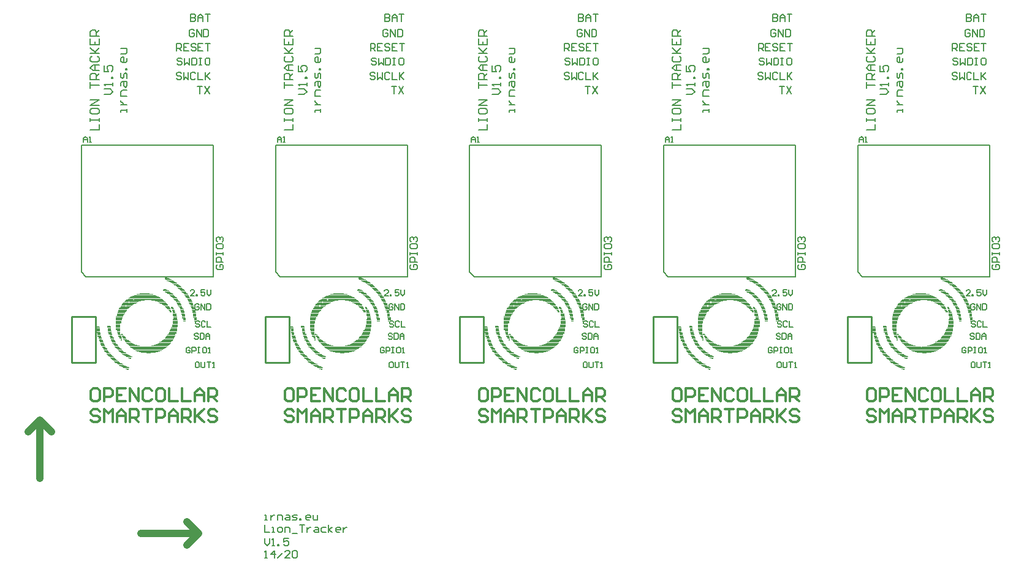
<source format=gto>
G04*
G04 #@! TF.GenerationSoftware,Altium Limited,Altium Designer,20.1.7 (139)*
G04*
G04 Layer_Color=65535*
%FSAX25Y25*%
%MOIN*%
G70*
G04*
G04 #@! TF.SameCoordinates,F8038B2A-A6B4-4402-B74A-6C3D08F87057*
G04*
G04*
G04 #@! TF.FilePolarity,Positive*
G04*
G01*
G75*
%ADD18C,0.00787*%
%ADD20C,0.01181*%
%ADD21C,0.03937*%
%ADD76C,0.01000*%
%ADD77C,0.00400*%
%ADD78C,0.00402*%
%ADD79C,0.00591*%
D18*
X0136614Y0022462D02*
X0137926D01*
X0137270D01*
Y0025086D01*
X0136614D01*
X0139894D02*
Y0022462D01*
Y0023774D01*
X0140550Y0024430D01*
X0141206Y0025086D01*
X0141862D01*
X0143830Y0022462D02*
Y0025086D01*
X0145798D01*
X0146453Y0024430D01*
Y0022462D01*
X0148421Y0025086D02*
X0149733D01*
X0150389Y0024430D01*
Y0022462D01*
X0148421D01*
X0147765Y0023118D01*
X0148421Y0023774D01*
X0150389D01*
X0151701Y0022462D02*
X0153669D01*
X0154325Y0023118D01*
X0153669Y0023774D01*
X0152357D01*
X0151701Y0024430D01*
X0152357Y0025086D01*
X0154325D01*
X0155637Y0022462D02*
Y0023118D01*
X0156293D01*
Y0022462D01*
X0155637D01*
X0160885D02*
X0159573D01*
X0158917Y0023118D01*
Y0024430D01*
X0159573Y0025086D01*
X0160885D01*
X0161540Y0024430D01*
Y0023774D01*
X0158917D01*
X0162852Y0025086D02*
Y0023118D01*
X0163508Y0022462D01*
X0165476D01*
Y0025086D01*
X0136614Y0019785D02*
Y0015850D01*
X0139238D01*
X0140550D02*
X0141862D01*
X0141206D01*
Y0018474D01*
X0140550D01*
X0144486Y0015850D02*
X0145798D01*
X0146453Y0016506D01*
Y0017818D01*
X0145798Y0018474D01*
X0144486D01*
X0143830Y0017818D01*
Y0016506D01*
X0144486Y0015850D01*
X0147765D02*
Y0018474D01*
X0149733D01*
X0150389Y0017818D01*
Y0015850D01*
X0151701Y0015194D02*
X0154325D01*
X0155637Y0019785D02*
X0158261D01*
X0156949D01*
Y0015850D01*
X0159573Y0018474D02*
Y0015850D01*
Y0017162D01*
X0160229Y0017818D01*
X0160885Y0018474D01*
X0161540D01*
X0164164D02*
X0165476D01*
X0166132Y0017818D01*
Y0015850D01*
X0164164D01*
X0163508Y0016506D01*
X0164164Y0017162D01*
X0166132D01*
X0170068Y0018474D02*
X0168100D01*
X0167444Y0017818D01*
Y0016506D01*
X0168100Y0015850D01*
X0170068D01*
X0171380D02*
Y0019785D01*
Y0017162D02*
X0173348Y0018474D01*
X0171380Y0017162D02*
X0173348Y0015850D01*
X0177284D02*
X0175972D01*
X0175316Y0016506D01*
Y0017818D01*
X0175972Y0018474D01*
X0177284D01*
X0177939Y0017818D01*
Y0017162D01*
X0175316D01*
X0179251Y0018474D02*
Y0015850D01*
Y0017162D01*
X0179907Y0017818D01*
X0180563Y0018474D01*
X0181219D01*
X0136614Y0012517D02*
Y0009893D01*
X0137926Y0008581D01*
X0139238Y0009893D01*
Y0012517D01*
X0140550Y0008581D02*
X0141862D01*
X0141206D01*
Y0012517D01*
X0140550Y0011861D01*
X0143830Y0008581D02*
Y0009237D01*
X0144486D01*
Y0008581D01*
X0143830D01*
X0149733Y0012517D02*
X0147109D01*
Y0010549D01*
X0148421Y0011205D01*
X0149077D01*
X0149733Y0010549D01*
Y0009237D01*
X0149077Y0008581D01*
X0147765D01*
X0147109Y0009237D01*
X0136614Y0001969D02*
X0137926D01*
X0137270D01*
Y0005904D01*
X0136614Y0005248D01*
X0141862Y0001969D02*
Y0005904D01*
X0139894Y0003936D01*
X0142518D01*
X0143830Y0001969D02*
X0146453Y0004592D01*
X0150389Y0001969D02*
X0147765D01*
X0150389Y0004592D01*
Y0005248D01*
X0149733Y0005904D01*
X0148421D01*
X0147765Y0005248D01*
X0151701D02*
X0152357Y0005904D01*
X0153669D01*
X0154325Y0005248D01*
Y0002624D01*
X0153669Y0001969D01*
X0152357D01*
X0151701Y0002624D01*
Y0005248D01*
X0037144Y0226627D02*
X0108798D01*
Y0154973D02*
Y0226627D01*
X0037144Y0157335D02*
Y0226627D01*
Y0157335D02*
X0039507Y0154973D01*
X0108798D01*
X0096439Y0297717D02*
Y0293781D01*
X0098407D01*
X0099063Y0294437D01*
Y0295093D01*
X0098407Y0295749D01*
X0096439D01*
X0098407D01*
X0099063Y0296405D01*
Y0297061D01*
X0098407Y0297717D01*
X0096439D01*
X0100375Y0293781D02*
Y0296405D01*
X0101687Y0297717D01*
X0102999Y0296405D01*
Y0293781D01*
Y0295749D01*
X0100375D01*
X0104311Y0297717D02*
X0106935D01*
X0105623D01*
Y0293781D01*
X0098251Y0288784D02*
X0097595Y0289440D01*
X0096283D01*
X0095627Y0288784D01*
Y0286160D01*
X0096283Y0285504D01*
X0097595D01*
X0098251Y0286160D01*
Y0287472D01*
X0096939D01*
X0099563Y0285504D02*
Y0289440D01*
X0102187Y0285504D01*
Y0289440D01*
X0103498D02*
Y0285504D01*
X0105466D01*
X0106122Y0286160D01*
Y0288784D01*
X0105466Y0289440D01*
X0103498D01*
X0088692Y0277981D02*
Y0281917D01*
X0090660D01*
X0091316Y0281261D01*
Y0279949D01*
X0090660Y0279293D01*
X0088692D01*
X0090004D02*
X0091316Y0277981D01*
X0095252Y0281917D02*
X0092628D01*
Y0277981D01*
X0095252D01*
X0092628Y0279949D02*
X0093940D01*
X0099188Y0281261D02*
X0098532Y0281917D01*
X0097220D01*
X0096564Y0281261D01*
Y0280605D01*
X0097220Y0279949D01*
X0098532D01*
X0099188Y0279293D01*
Y0278637D01*
X0098532Y0277981D01*
X0097220D01*
X0096564Y0278637D01*
X0103123Y0281917D02*
X0100499D01*
Y0277981D01*
X0103123D01*
X0100499Y0279949D02*
X0101811D01*
X0104435Y0281917D02*
X0107059D01*
X0105747D01*
Y0277981D01*
X0091746Y0273331D02*
X0091090Y0273987D01*
X0089778D01*
X0089122Y0273331D01*
Y0272675D01*
X0089778Y0272020D01*
X0091090D01*
X0091746Y0271363D01*
Y0270708D01*
X0091090Y0270052D01*
X0089778D01*
X0089122Y0270708D01*
X0093058Y0273987D02*
Y0270052D01*
X0094370Y0271363D01*
X0095682Y0270052D01*
Y0273987D01*
X0096993D02*
Y0270052D01*
X0098961D01*
X0099617Y0270708D01*
Y0273331D01*
X0098961Y0273987D01*
X0096993D01*
X0100929D02*
X0102241D01*
X0101585D01*
Y0270052D01*
X0100929D01*
X0102241D01*
X0106177Y0273987D02*
X0104865D01*
X0104209Y0273331D01*
Y0270708D01*
X0104865Y0270052D01*
X0106177D01*
X0106833Y0270708D01*
Y0273331D01*
X0106177Y0273987D01*
X0091215Y0265605D02*
X0090559Y0266261D01*
X0089247D01*
X0088591Y0265605D01*
Y0264949D01*
X0089247Y0264293D01*
X0090559D01*
X0091215Y0263637D01*
Y0262982D01*
X0090559Y0262326D01*
X0089247D01*
X0088591Y0262982D01*
X0092527Y0266261D02*
Y0262326D01*
X0093838Y0263637D01*
X0095150Y0262326D01*
Y0266261D01*
X0099086Y0265605D02*
X0098430Y0266261D01*
X0097118D01*
X0096462Y0265605D01*
Y0262982D01*
X0097118Y0262326D01*
X0098430D01*
X0099086Y0262982D01*
X0100398Y0266261D02*
Y0262326D01*
X0103022D01*
X0104334Y0266261D02*
Y0262326D01*
Y0263637D01*
X0106957Y0266261D01*
X0104990Y0264293D01*
X0106957Y0262326D01*
X0100065Y0258419D02*
X0102688D01*
X0101376D01*
Y0254483D01*
X0104000Y0258419D02*
X0106624Y0254483D01*
Y0258419D02*
X0104000Y0254483D01*
X0110893Y0161521D02*
X0110237Y0160865D01*
Y0159553D01*
X0110893Y0158897D01*
X0113517D01*
X0114173Y0159553D01*
Y0160865D01*
X0113517Y0161521D01*
X0112205D01*
Y0160209D01*
X0114173Y0162833D02*
X0110237D01*
Y0164801D01*
X0110893Y0165457D01*
X0112205D01*
X0112861Y0164801D01*
Y0162833D01*
X0110237Y0166769D02*
Y0168081D01*
Y0167425D01*
X0114173D01*
Y0166769D01*
Y0168081D01*
X0110237Y0172017D02*
Y0170705D01*
X0110893Y0170049D01*
X0113517D01*
X0114173Y0170705D01*
Y0172017D01*
X0113517Y0172673D01*
X0110893D01*
X0110237Y0172017D01*
X0110893Y0173985D02*
X0110237Y0174640D01*
Y0175952D01*
X0110893Y0176608D01*
X0111549D01*
X0112205Y0175952D01*
Y0175296D01*
Y0175952D01*
X0112861Y0176608D01*
X0113517D01*
X0114173Y0175952D01*
Y0174640D01*
X0113517Y0173985D01*
X0041817Y0234766D02*
X0046540D01*
Y0237914D01*
X0041817Y0239489D02*
Y0241063D01*
Y0240276D01*
X0046540D01*
Y0239489D01*
Y0241063D01*
X0041817Y0245786D02*
Y0244211D01*
X0042605Y0243424D01*
X0045753D01*
X0046540Y0244211D01*
Y0245786D01*
X0045753Y0246573D01*
X0042605D01*
X0041817Y0245786D01*
X0046540Y0248147D02*
X0041817D01*
X0046540Y0251296D01*
X0041817D01*
Y0257593D02*
Y0260741D01*
Y0259167D01*
X0046540D01*
Y0262316D02*
X0041817D01*
Y0264677D01*
X0042605Y0265464D01*
X0044179D01*
X0044966Y0264677D01*
Y0262316D01*
Y0263890D02*
X0046540Y0265464D01*
Y0267039D02*
X0043392D01*
X0041817Y0268613D01*
X0043392Y0270187D01*
X0046540D01*
X0044179D01*
Y0267039D01*
X0042605Y0274910D02*
X0041817Y0274123D01*
Y0272549D01*
X0042605Y0271761D01*
X0045753D01*
X0046540Y0272549D01*
Y0274123D01*
X0045753Y0274910D01*
X0041817Y0276484D02*
X0046540D01*
X0044966D01*
X0041817Y0279633D01*
X0044179Y0277272D01*
X0046540Y0279633D01*
X0041817Y0284356D02*
Y0281207D01*
X0046540D01*
Y0284356D01*
X0044179Y0281207D02*
Y0282782D01*
X0046540Y0285930D02*
X0041817D01*
Y0288292D01*
X0042605Y0289079D01*
X0044179D01*
X0044966Y0288292D01*
Y0285930D01*
Y0287505D02*
X0046540Y0289079D01*
X0049374Y0254051D02*
X0052523D01*
X0054097Y0255625D01*
X0052523Y0257199D01*
X0049374D01*
X0054097Y0258774D02*
Y0260348D01*
Y0259561D01*
X0049374D01*
X0050162Y0258774D01*
X0054097Y0262709D02*
X0053310D01*
Y0263496D01*
X0054097D01*
Y0262709D01*
X0049374Y0269794D02*
Y0266645D01*
X0051736D01*
X0050949Y0268219D01*
Y0269006D01*
X0051736Y0269794D01*
X0053310D01*
X0054097Y0269006D01*
Y0267432D01*
X0053310Y0266645D01*
X0061655Y0244605D02*
Y0246179D01*
Y0245392D01*
X0058506D01*
Y0244605D01*
Y0248541D02*
X0061655D01*
X0060080D01*
X0059293Y0249328D01*
X0058506Y0250115D01*
Y0250902D01*
X0061655Y0253264D02*
X0058506D01*
Y0255625D01*
X0059293Y0256412D01*
X0061655D01*
X0058506Y0258774D02*
Y0260348D01*
X0059293Y0261135D01*
X0061655D01*
Y0258774D01*
X0060868Y0257986D01*
X0060080Y0258774D01*
Y0261135D01*
X0061655Y0262709D02*
Y0265071D01*
X0060868Y0265858D01*
X0060080Y0265071D01*
Y0263496D01*
X0059293Y0262709D01*
X0058506Y0263496D01*
Y0265858D01*
X0061655Y0267432D02*
X0060868D01*
Y0268219D01*
X0061655D01*
Y0267432D01*
Y0273729D02*
Y0272155D01*
X0060868Y0271368D01*
X0059293D01*
X0058506Y0272155D01*
Y0273729D01*
X0059293Y0274517D01*
X0060080D01*
Y0271368D01*
X0058506Y0276091D02*
X0060868D01*
X0061655Y0276878D01*
Y0279239D01*
X0058506D01*
X0142658Y0226627D02*
X0214311D01*
Y0154973D02*
Y0226627D01*
X0142658Y0157335D02*
Y0226627D01*
Y0157335D02*
X0145020Y0154973D01*
X0214311D01*
X0201953Y0297717D02*
Y0293781D01*
X0203920D01*
X0204576Y0294437D01*
Y0295093D01*
X0203920Y0295749D01*
X0201953D01*
X0203920D01*
X0204576Y0296405D01*
Y0297061D01*
X0203920Y0297717D01*
X0201953D01*
X0205888Y0293781D02*
Y0296405D01*
X0207200Y0297717D01*
X0208512Y0296405D01*
Y0293781D01*
Y0295749D01*
X0205888D01*
X0209824Y0297717D02*
X0212448D01*
X0211136D01*
Y0293781D01*
X0203764Y0288784D02*
X0203108Y0289440D01*
X0201796D01*
X0201140Y0288784D01*
Y0286160D01*
X0201796Y0285504D01*
X0203108D01*
X0203764Y0286160D01*
Y0287472D01*
X0202452D01*
X0205076Y0285504D02*
Y0289440D01*
X0207700Y0285504D01*
Y0289440D01*
X0209012D02*
Y0285504D01*
X0210980D01*
X0211635Y0286160D01*
Y0288784D01*
X0210980Y0289440D01*
X0209012D01*
X0194205Y0277981D02*
Y0281917D01*
X0196173D01*
X0196829Y0281261D01*
Y0279949D01*
X0196173Y0279293D01*
X0194205D01*
X0195517D02*
X0196829Y0277981D01*
X0200765Y0281917D02*
X0198141D01*
Y0277981D01*
X0200765D01*
X0198141Y0279949D02*
X0199453D01*
X0204701Y0281261D02*
X0204045Y0281917D01*
X0202733D01*
X0202077Y0281261D01*
Y0280605D01*
X0202733Y0279949D01*
X0204045D01*
X0204701Y0279293D01*
Y0278637D01*
X0204045Y0277981D01*
X0202733D01*
X0202077Y0278637D01*
X0208636Y0281917D02*
X0206013D01*
Y0277981D01*
X0208636D01*
X0206013Y0279949D02*
X0207325D01*
X0209948Y0281917D02*
X0212572D01*
X0211260D01*
Y0277981D01*
X0197259Y0273331D02*
X0196603Y0273987D01*
X0195291D01*
X0194635Y0273331D01*
Y0272675D01*
X0195291Y0272020D01*
X0196603D01*
X0197259Y0271363D01*
Y0270708D01*
X0196603Y0270052D01*
X0195291D01*
X0194635Y0270708D01*
X0198571Y0273987D02*
Y0270052D01*
X0199883Y0271363D01*
X0201195Y0270052D01*
Y0273987D01*
X0202507D02*
Y0270052D01*
X0204474D01*
X0205130Y0270708D01*
Y0273331D01*
X0204474Y0273987D01*
X0202507D01*
X0206442D02*
X0207754D01*
X0207098D01*
Y0270052D01*
X0206442D01*
X0207754D01*
X0211690Y0273987D02*
X0210378D01*
X0209722Y0273331D01*
Y0270708D01*
X0210378Y0270052D01*
X0211690D01*
X0212346Y0270708D01*
Y0273331D01*
X0211690Y0273987D01*
X0196728Y0265605D02*
X0196072Y0266261D01*
X0194760D01*
X0194104Y0265605D01*
Y0264949D01*
X0194760Y0264293D01*
X0196072D01*
X0196728Y0263637D01*
Y0262982D01*
X0196072Y0262326D01*
X0194760D01*
X0194104Y0262982D01*
X0198040Y0266261D02*
Y0262326D01*
X0199352Y0263637D01*
X0200663Y0262326D01*
Y0266261D01*
X0204599Y0265605D02*
X0203943Y0266261D01*
X0202631D01*
X0201975Y0265605D01*
Y0262982D01*
X0202631Y0262326D01*
X0203943D01*
X0204599Y0262982D01*
X0205911Y0266261D02*
Y0262326D01*
X0208535D01*
X0209847Y0266261D02*
Y0262326D01*
Y0263637D01*
X0212471Y0266261D01*
X0210503Y0264293D01*
X0212471Y0262326D01*
X0205578Y0258419D02*
X0208202D01*
X0206890D01*
Y0254483D01*
X0209513Y0258419D02*
X0212137Y0254483D01*
Y0258419D02*
X0209513Y0254483D01*
X0216406Y0161521D02*
X0215751Y0160865D01*
Y0159553D01*
X0216406Y0158897D01*
X0219030D01*
X0219686Y0159553D01*
Y0160865D01*
X0219030Y0161521D01*
X0217718D01*
Y0160209D01*
X0219686Y0162833D02*
X0215751D01*
Y0164801D01*
X0216406Y0165457D01*
X0217718D01*
X0218374Y0164801D01*
Y0162833D01*
X0215751Y0166769D02*
Y0168081D01*
Y0167425D01*
X0219686D01*
Y0166769D01*
Y0168081D01*
X0215751Y0172017D02*
Y0170705D01*
X0216406Y0170049D01*
X0219030D01*
X0219686Y0170705D01*
Y0172017D01*
X0219030Y0172673D01*
X0216406D01*
X0215751Y0172017D01*
X0216406Y0173985D02*
X0215751Y0174640D01*
Y0175952D01*
X0216406Y0176608D01*
X0217062D01*
X0217718Y0175952D01*
Y0175296D01*
Y0175952D01*
X0218374Y0176608D01*
X0219030D01*
X0219686Y0175952D01*
Y0174640D01*
X0219030Y0173985D01*
X0147330Y0234766D02*
X0152053D01*
Y0237914D01*
X0147330Y0239489D02*
Y0241063D01*
Y0240276D01*
X0152053D01*
Y0239489D01*
Y0241063D01*
X0147330Y0245786D02*
Y0244211D01*
X0148118Y0243424D01*
X0151266D01*
X0152053Y0244211D01*
Y0245786D01*
X0151266Y0246573D01*
X0148118D01*
X0147330Y0245786D01*
X0152053Y0248147D02*
X0147330D01*
X0152053Y0251296D01*
X0147330D01*
Y0257593D02*
Y0260741D01*
Y0259167D01*
X0152053D01*
Y0262316D02*
X0147330D01*
Y0264677D01*
X0148118Y0265464D01*
X0149692D01*
X0150479Y0264677D01*
Y0262316D01*
Y0263890D02*
X0152053Y0265464D01*
Y0267039D02*
X0148905D01*
X0147330Y0268613D01*
X0148905Y0270187D01*
X0152053D01*
X0149692D01*
Y0267039D01*
X0148118Y0274910D02*
X0147330Y0274123D01*
Y0272549D01*
X0148118Y0271761D01*
X0151266D01*
X0152053Y0272549D01*
Y0274123D01*
X0151266Y0274910D01*
X0147330Y0276484D02*
X0152053D01*
X0150479D01*
X0147330Y0279633D01*
X0149692Y0277272D01*
X0152053Y0279633D01*
X0147330Y0284356D02*
Y0281207D01*
X0152053D01*
Y0284356D01*
X0149692Y0281207D02*
Y0282782D01*
X0152053Y0285930D02*
X0147330D01*
Y0288292D01*
X0148118Y0289079D01*
X0149692D01*
X0150479Y0288292D01*
Y0285930D01*
Y0287505D02*
X0152053Y0289079D01*
X0154888Y0254051D02*
X0158036D01*
X0159611Y0255625D01*
X0158036Y0257199D01*
X0154888D01*
X0159611Y0258774D02*
Y0260348D01*
Y0259561D01*
X0154888D01*
X0155675Y0258774D01*
X0159611Y0262709D02*
X0158824D01*
Y0263496D01*
X0159611D01*
Y0262709D01*
X0154888Y0269794D02*
Y0266645D01*
X0157249D01*
X0156462Y0268219D01*
Y0269006D01*
X0157249Y0269794D01*
X0158824D01*
X0159611Y0269006D01*
Y0267432D01*
X0158824Y0266645D01*
X0167168Y0244605D02*
Y0246179D01*
Y0245392D01*
X0164019D01*
Y0244605D01*
Y0248541D02*
X0167168D01*
X0165594D01*
X0164806Y0249328D01*
X0164019Y0250115D01*
Y0250902D01*
X0167168Y0253264D02*
X0164019D01*
Y0255625D01*
X0164806Y0256412D01*
X0167168D01*
X0164019Y0258774D02*
Y0260348D01*
X0164806Y0261135D01*
X0167168D01*
Y0258774D01*
X0166381Y0257986D01*
X0165594Y0258774D01*
Y0261135D01*
X0167168Y0262709D02*
Y0265071D01*
X0166381Y0265858D01*
X0165594Y0265071D01*
Y0263496D01*
X0164806Y0262709D01*
X0164019Y0263496D01*
Y0265858D01*
X0167168Y0267432D02*
X0166381D01*
Y0268219D01*
X0167168D01*
Y0267432D01*
Y0273729D02*
Y0272155D01*
X0166381Y0271368D01*
X0164806D01*
X0164019Y0272155D01*
Y0273729D01*
X0164806Y0274517D01*
X0165594D01*
Y0271368D01*
X0164019Y0276091D02*
X0166381D01*
X0167168Y0276878D01*
Y0279239D01*
X0164019D01*
X0248171Y0226627D02*
X0319824D01*
Y0154973D02*
Y0226627D01*
X0248171Y0157335D02*
Y0226627D01*
Y0157335D02*
X0250533Y0154973D01*
X0319824D01*
X0307466Y0297717D02*
Y0293781D01*
X0309434D01*
X0310090Y0294437D01*
Y0295093D01*
X0309434Y0295749D01*
X0307466D01*
X0309434D01*
X0310090Y0296405D01*
Y0297061D01*
X0309434Y0297717D01*
X0307466D01*
X0311402Y0293781D02*
Y0296405D01*
X0312713Y0297717D01*
X0314025Y0296405D01*
Y0293781D01*
Y0295749D01*
X0311402D01*
X0315337Y0297717D02*
X0317961D01*
X0316649D01*
Y0293781D01*
X0309277Y0288784D02*
X0308621Y0289440D01*
X0307309D01*
X0306653Y0288784D01*
Y0286160D01*
X0307309Y0285504D01*
X0308621D01*
X0309277Y0286160D01*
Y0287472D01*
X0307965D01*
X0310589Y0285504D02*
Y0289440D01*
X0313213Y0285504D01*
Y0289440D01*
X0314525D02*
Y0285504D01*
X0316493D01*
X0317149Y0286160D01*
Y0288784D01*
X0316493Y0289440D01*
X0314525D01*
X0299719Y0277981D02*
Y0281917D01*
X0301687D01*
X0302343Y0281261D01*
Y0279949D01*
X0301687Y0279293D01*
X0299719D01*
X0301031D02*
X0302343Y0277981D01*
X0306278Y0281917D02*
X0303655D01*
Y0277981D01*
X0306278D01*
X0303655Y0279949D02*
X0304966D01*
X0310214Y0281261D02*
X0309558Y0281917D01*
X0308246D01*
X0307590Y0281261D01*
Y0280605D01*
X0308246Y0279949D01*
X0309558D01*
X0310214Y0279293D01*
Y0278637D01*
X0309558Y0277981D01*
X0308246D01*
X0307590Y0278637D01*
X0314150Y0281917D02*
X0311526D01*
Y0277981D01*
X0314150D01*
X0311526Y0279949D02*
X0312838D01*
X0315462Y0281917D02*
X0318086D01*
X0316774D01*
Y0277981D01*
X0302772Y0273331D02*
X0302116Y0273987D01*
X0300804D01*
X0300148Y0273331D01*
Y0272675D01*
X0300804Y0272020D01*
X0302116D01*
X0302772Y0271363D01*
Y0270708D01*
X0302116Y0270052D01*
X0300804D01*
X0300148Y0270708D01*
X0304084Y0273987D02*
Y0270052D01*
X0305396Y0271363D01*
X0306708Y0270052D01*
Y0273987D01*
X0308020D02*
Y0270052D01*
X0309988D01*
X0310644Y0270708D01*
Y0273331D01*
X0309988Y0273987D01*
X0308020D01*
X0311956D02*
X0313267D01*
X0312612D01*
Y0270052D01*
X0311956D01*
X0313267D01*
X0317203Y0273987D02*
X0315891D01*
X0315235Y0273331D01*
Y0270708D01*
X0315891Y0270052D01*
X0317203D01*
X0317859Y0270708D01*
Y0273331D01*
X0317203Y0273987D01*
X0302241Y0265605D02*
X0301585Y0266261D01*
X0300273D01*
X0299617Y0265605D01*
Y0264949D01*
X0300273Y0264293D01*
X0301585D01*
X0302241Y0263637D01*
Y0262982D01*
X0301585Y0262326D01*
X0300273D01*
X0299617Y0262982D01*
X0303553Y0266261D02*
Y0262326D01*
X0304865Y0263637D01*
X0306177Y0262326D01*
Y0266261D01*
X0310113Y0265605D02*
X0309456Y0266261D01*
X0308145D01*
X0307489Y0265605D01*
Y0262982D01*
X0308145Y0262326D01*
X0309456D01*
X0310113Y0262982D01*
X0311424Y0266261D02*
Y0262326D01*
X0314048D01*
X0315360Y0266261D02*
Y0262326D01*
Y0263637D01*
X0317984Y0266261D01*
X0316016Y0264293D01*
X0317984Y0262326D01*
X0311091Y0258419D02*
X0313715D01*
X0312403D01*
Y0254483D01*
X0315027Y0258419D02*
X0317651Y0254483D01*
Y0258419D02*
X0315027Y0254483D01*
X0321920Y0161521D02*
X0321264Y0160865D01*
Y0159553D01*
X0321920Y0158897D01*
X0324543D01*
X0325200Y0159553D01*
Y0160865D01*
X0324543Y0161521D01*
X0323232D01*
Y0160209D01*
X0325200Y0162833D02*
X0321264D01*
Y0164801D01*
X0321920Y0165457D01*
X0323232D01*
X0323888Y0164801D01*
Y0162833D01*
X0321264Y0166769D02*
Y0168081D01*
Y0167425D01*
X0325200D01*
Y0166769D01*
Y0168081D01*
X0321264Y0172017D02*
Y0170705D01*
X0321920Y0170049D01*
X0324543D01*
X0325200Y0170705D01*
Y0172017D01*
X0324543Y0172673D01*
X0321920D01*
X0321264Y0172017D01*
X0321920Y0173985D02*
X0321264Y0174640D01*
Y0175952D01*
X0321920Y0176608D01*
X0322576D01*
X0323232Y0175952D01*
Y0175296D01*
Y0175952D01*
X0323888Y0176608D01*
X0324543D01*
X0325200Y0175952D01*
Y0174640D01*
X0324543Y0173985D01*
X0252844Y0234766D02*
X0257567D01*
Y0237914D01*
X0252844Y0239489D02*
Y0241063D01*
Y0240276D01*
X0257567D01*
Y0239489D01*
Y0241063D01*
X0252844Y0245786D02*
Y0244211D01*
X0253631Y0243424D01*
X0256780D01*
X0257567Y0244211D01*
Y0245786D01*
X0256780Y0246573D01*
X0253631D01*
X0252844Y0245786D01*
X0257567Y0248147D02*
X0252844D01*
X0257567Y0251296D01*
X0252844D01*
Y0257593D02*
Y0260741D01*
Y0259167D01*
X0257567D01*
Y0262316D02*
X0252844D01*
Y0264677D01*
X0253631Y0265464D01*
X0255205D01*
X0255992Y0264677D01*
Y0262316D01*
Y0263890D02*
X0257567Y0265464D01*
Y0267039D02*
X0254418D01*
X0252844Y0268613D01*
X0254418Y0270187D01*
X0257567D01*
X0255205D01*
Y0267039D01*
X0253631Y0274910D02*
X0252844Y0274123D01*
Y0272549D01*
X0253631Y0271761D01*
X0256780D01*
X0257567Y0272549D01*
Y0274123D01*
X0256780Y0274910D01*
X0252844Y0276484D02*
X0257567D01*
X0255992D01*
X0252844Y0279633D01*
X0255205Y0277272D01*
X0257567Y0279633D01*
X0252844Y0284356D02*
Y0281207D01*
X0257567D01*
Y0284356D01*
X0255205Y0281207D02*
Y0282782D01*
X0257567Y0285930D02*
X0252844D01*
Y0288292D01*
X0253631Y0289079D01*
X0255205D01*
X0255992Y0288292D01*
Y0285930D01*
Y0287505D02*
X0257567Y0289079D01*
X0260401Y0254051D02*
X0263550D01*
X0265124Y0255625D01*
X0263550Y0257199D01*
X0260401D01*
X0265124Y0258774D02*
Y0260348D01*
Y0259561D01*
X0260401D01*
X0261188Y0258774D01*
X0265124Y0262709D02*
X0264337D01*
Y0263496D01*
X0265124D01*
Y0262709D01*
X0260401Y0269794D02*
Y0266645D01*
X0262762D01*
X0261975Y0268219D01*
Y0269006D01*
X0262762Y0269794D01*
X0264337D01*
X0265124Y0269006D01*
Y0267432D01*
X0264337Y0266645D01*
X0272681Y0244605D02*
Y0246179D01*
Y0245392D01*
X0269532D01*
Y0244605D01*
Y0248541D02*
X0272681D01*
X0271107D01*
X0270320Y0249328D01*
X0269532Y0250115D01*
Y0250902D01*
X0272681Y0253264D02*
X0269532D01*
Y0255625D01*
X0270320Y0256412D01*
X0272681D01*
X0269532Y0258774D02*
Y0260348D01*
X0270320Y0261135D01*
X0272681D01*
Y0258774D01*
X0271894Y0257986D01*
X0271107Y0258774D01*
Y0261135D01*
X0272681Y0262709D02*
Y0265071D01*
X0271894Y0265858D01*
X0271107Y0265071D01*
Y0263496D01*
X0270320Y0262709D01*
X0269532Y0263496D01*
Y0265858D01*
X0272681Y0267432D02*
X0271894D01*
Y0268219D01*
X0272681D01*
Y0267432D01*
Y0273729D02*
Y0272155D01*
X0271894Y0271368D01*
X0270320D01*
X0269532Y0272155D01*
Y0273729D01*
X0270320Y0274517D01*
X0271107D01*
Y0271368D01*
X0269532Y0276091D02*
X0271894D01*
X0272681Y0276878D01*
Y0279239D01*
X0269532D01*
X0353684Y0226627D02*
X0425338D01*
Y0154973D02*
Y0226627D01*
X0353684Y0157335D02*
Y0226627D01*
Y0157335D02*
X0356046Y0154973D01*
X0425338D01*
X0412979Y0297717D02*
Y0293781D01*
X0414947D01*
X0415603Y0294437D01*
Y0295093D01*
X0414947Y0295749D01*
X0412979D01*
X0414947D01*
X0415603Y0296405D01*
Y0297061D01*
X0414947Y0297717D01*
X0412979D01*
X0416915Y0293781D02*
Y0296405D01*
X0418227Y0297717D01*
X0419539Y0296405D01*
Y0293781D01*
Y0295749D01*
X0416915D01*
X0420851Y0297717D02*
X0423474D01*
X0422162D01*
Y0293781D01*
X0414790Y0288784D02*
X0414135Y0289440D01*
X0412823D01*
X0412167Y0288784D01*
Y0286160D01*
X0412823Y0285504D01*
X0414135D01*
X0414790Y0286160D01*
Y0287472D01*
X0413479D01*
X0416102Y0285504D02*
Y0289440D01*
X0418726Y0285504D01*
Y0289440D01*
X0420038D02*
Y0285504D01*
X0422006D01*
X0422662Y0286160D01*
Y0288784D01*
X0422006Y0289440D01*
X0420038D01*
X0405232Y0277981D02*
Y0281917D01*
X0407200D01*
X0407856Y0281261D01*
Y0279949D01*
X0407200Y0279293D01*
X0405232D01*
X0406544D02*
X0407856Y0277981D01*
X0411792Y0281917D02*
X0409168D01*
Y0277981D01*
X0411792D01*
X0409168Y0279949D02*
X0410480D01*
X0415727Y0281261D02*
X0415071Y0281917D01*
X0413759D01*
X0413103Y0281261D01*
Y0280605D01*
X0413759Y0279949D01*
X0415071D01*
X0415727Y0279293D01*
Y0278637D01*
X0415071Y0277981D01*
X0413759D01*
X0413103Y0278637D01*
X0419663Y0281917D02*
X0417039D01*
Y0277981D01*
X0419663D01*
X0417039Y0279949D02*
X0418351D01*
X0420975Y0281917D02*
X0423599D01*
X0422287D01*
Y0277981D01*
X0408285Y0273331D02*
X0407629Y0273987D01*
X0406318D01*
X0405662Y0273331D01*
Y0272675D01*
X0406318Y0272020D01*
X0407629D01*
X0408285Y0271363D01*
Y0270708D01*
X0407629Y0270052D01*
X0406318D01*
X0405662Y0270708D01*
X0409597Y0273987D02*
Y0270052D01*
X0410909Y0271363D01*
X0412221Y0270052D01*
Y0273987D01*
X0413533D02*
Y0270052D01*
X0415501D01*
X0416157Y0270708D01*
Y0273331D01*
X0415501Y0273987D01*
X0413533D01*
X0417469D02*
X0418781D01*
X0418125D01*
Y0270052D01*
X0417469D01*
X0418781D01*
X0422716Y0273987D02*
X0421405D01*
X0420749Y0273331D01*
Y0270708D01*
X0421405Y0270052D01*
X0422716D01*
X0423372Y0270708D01*
Y0273331D01*
X0422716Y0273987D01*
X0407754Y0265605D02*
X0407098Y0266261D01*
X0405786D01*
X0405130Y0265605D01*
Y0264949D01*
X0405786Y0264293D01*
X0407098D01*
X0407754Y0263637D01*
Y0262982D01*
X0407098Y0262326D01*
X0405786D01*
X0405130Y0262982D01*
X0409066Y0266261D02*
Y0262326D01*
X0410378Y0263637D01*
X0411690Y0262326D01*
Y0266261D01*
X0415626Y0265605D02*
X0414970Y0266261D01*
X0413658D01*
X0413002Y0265605D01*
Y0262982D01*
X0413658Y0262326D01*
X0414970D01*
X0415626Y0262982D01*
X0416938Y0266261D02*
Y0262326D01*
X0419561D01*
X0420873Y0266261D02*
Y0262326D01*
Y0263637D01*
X0423497Y0266261D01*
X0421529Y0264293D01*
X0423497Y0262326D01*
X0416604Y0258419D02*
X0419228D01*
X0417916D01*
Y0254483D01*
X0420540Y0258419D02*
X0423164Y0254483D01*
Y0258419D02*
X0420540Y0254483D01*
X0427433Y0161521D02*
X0426777Y0160865D01*
Y0159553D01*
X0427433Y0158897D01*
X0430057D01*
X0430713Y0159553D01*
Y0160865D01*
X0430057Y0161521D01*
X0428745D01*
Y0160209D01*
X0430713Y0162833D02*
X0426777D01*
Y0164801D01*
X0427433Y0165457D01*
X0428745D01*
X0429401Y0164801D01*
Y0162833D01*
X0426777Y0166769D02*
Y0168081D01*
Y0167425D01*
X0430713D01*
Y0166769D01*
Y0168081D01*
X0426777Y0172017D02*
Y0170705D01*
X0427433Y0170049D01*
X0430057D01*
X0430713Y0170705D01*
Y0172017D01*
X0430057Y0172673D01*
X0427433D01*
X0426777Y0172017D01*
X0427433Y0173985D02*
X0426777Y0174640D01*
Y0175952D01*
X0427433Y0176608D01*
X0428089D01*
X0428745Y0175952D01*
Y0175296D01*
Y0175952D01*
X0429401Y0176608D01*
X0430057D01*
X0430713Y0175952D01*
Y0174640D01*
X0430057Y0173985D01*
X0358357Y0234766D02*
X0363080D01*
Y0237914D01*
X0358357Y0239489D02*
Y0241063D01*
Y0240276D01*
X0363080D01*
Y0239489D01*
Y0241063D01*
X0358357Y0245786D02*
Y0244211D01*
X0359144Y0243424D01*
X0362293D01*
X0363080Y0244211D01*
Y0245786D01*
X0362293Y0246573D01*
X0359144D01*
X0358357Y0245786D01*
X0363080Y0248147D02*
X0358357D01*
X0363080Y0251296D01*
X0358357D01*
Y0257593D02*
Y0260741D01*
Y0259167D01*
X0363080D01*
Y0262316D02*
X0358357D01*
Y0264677D01*
X0359144Y0265464D01*
X0360718D01*
X0361506Y0264677D01*
Y0262316D01*
Y0263890D02*
X0363080Y0265464D01*
Y0267039D02*
X0359931D01*
X0358357Y0268613D01*
X0359931Y0270187D01*
X0363080D01*
X0360718D01*
Y0267039D01*
X0359144Y0274910D02*
X0358357Y0274123D01*
Y0272549D01*
X0359144Y0271761D01*
X0362293D01*
X0363080Y0272549D01*
Y0274123D01*
X0362293Y0274910D01*
X0358357Y0276484D02*
X0363080D01*
X0361506D01*
X0358357Y0279633D01*
X0360718Y0277272D01*
X0363080Y0279633D01*
X0358357Y0284356D02*
Y0281207D01*
X0363080D01*
Y0284356D01*
X0360718Y0281207D02*
Y0282782D01*
X0363080Y0285930D02*
X0358357D01*
Y0288292D01*
X0359144Y0289079D01*
X0360718D01*
X0361506Y0288292D01*
Y0285930D01*
Y0287505D02*
X0363080Y0289079D01*
X0365914Y0254051D02*
X0369063D01*
X0370637Y0255625D01*
X0369063Y0257199D01*
X0365914D01*
X0370637Y0258774D02*
Y0260348D01*
Y0259561D01*
X0365914D01*
X0366701Y0258774D01*
X0370637Y0262709D02*
X0369850D01*
Y0263496D01*
X0370637D01*
Y0262709D01*
X0365914Y0269794D02*
Y0266645D01*
X0368276D01*
X0367489Y0268219D01*
Y0269006D01*
X0368276Y0269794D01*
X0369850D01*
X0370637Y0269006D01*
Y0267432D01*
X0369850Y0266645D01*
X0378194Y0244605D02*
Y0246179D01*
Y0245392D01*
X0375046D01*
Y0244605D01*
Y0248541D02*
X0378194D01*
X0376620D01*
X0375833Y0249328D01*
X0375046Y0250115D01*
Y0250902D01*
X0378194Y0253264D02*
X0375046D01*
Y0255625D01*
X0375833Y0256412D01*
X0378194D01*
X0375046Y0258774D02*
Y0260348D01*
X0375833Y0261135D01*
X0378194D01*
Y0258774D01*
X0377407Y0257986D01*
X0376620Y0258774D01*
Y0261135D01*
X0378194Y0262709D02*
Y0265071D01*
X0377407Y0265858D01*
X0376620Y0265071D01*
Y0263496D01*
X0375833Y0262709D01*
X0375046Y0263496D01*
Y0265858D01*
X0378194Y0267432D02*
X0377407D01*
Y0268219D01*
X0378194D01*
Y0267432D01*
Y0273729D02*
Y0272155D01*
X0377407Y0271368D01*
X0375833D01*
X0375046Y0272155D01*
Y0273729D01*
X0375833Y0274517D01*
X0376620D01*
Y0271368D01*
X0375046Y0276091D02*
X0377407D01*
X0378194Y0276878D01*
Y0279239D01*
X0375046D01*
X0459197Y0226627D02*
X0530851D01*
Y0154973D02*
Y0226627D01*
X0459197Y0157335D02*
Y0226627D01*
Y0157335D02*
X0461559Y0154973D01*
X0530851D01*
X0518492Y0297717D02*
Y0293781D01*
X0520460D01*
X0521116Y0294437D01*
Y0295093D01*
X0520460Y0295749D01*
X0518492D01*
X0520460D01*
X0521116Y0296405D01*
Y0297061D01*
X0520460Y0297717D01*
X0518492D01*
X0522428Y0293781D02*
Y0296405D01*
X0523740Y0297717D01*
X0525052Y0296405D01*
Y0293781D01*
Y0295749D01*
X0522428D01*
X0526364Y0297717D02*
X0528988D01*
X0527676D01*
Y0293781D01*
X0520304Y0288784D02*
X0519648Y0289440D01*
X0518336D01*
X0517680Y0288784D01*
Y0286160D01*
X0518336Y0285504D01*
X0519648D01*
X0520304Y0286160D01*
Y0287472D01*
X0518992D01*
X0521616Y0285504D02*
Y0289440D01*
X0524239Y0285504D01*
Y0289440D01*
X0525551D02*
Y0285504D01*
X0527519D01*
X0528175Y0286160D01*
Y0288784D01*
X0527519Y0289440D01*
X0525551D01*
X0510745Y0277981D02*
Y0281917D01*
X0512713D01*
X0513369Y0281261D01*
Y0279949D01*
X0512713Y0279293D01*
X0510745D01*
X0512057D02*
X0513369Y0277981D01*
X0517305Y0281917D02*
X0514681D01*
Y0277981D01*
X0517305D01*
X0514681Y0279949D02*
X0515993D01*
X0521241Y0281261D02*
X0520584Y0281917D01*
X0519273D01*
X0518617Y0281261D01*
Y0280605D01*
X0519273Y0279949D01*
X0520584D01*
X0521241Y0279293D01*
Y0278637D01*
X0520584Y0277981D01*
X0519273D01*
X0518617Y0278637D01*
X0525176Y0281917D02*
X0522552D01*
Y0277981D01*
X0525176D01*
X0522552Y0279949D02*
X0523864D01*
X0526488Y0281917D02*
X0529112D01*
X0527800D01*
Y0277981D01*
X0513799Y0273331D02*
X0513143Y0273987D01*
X0511831D01*
X0511175Y0273331D01*
Y0272675D01*
X0511831Y0272020D01*
X0513143D01*
X0513799Y0271363D01*
Y0270708D01*
X0513143Y0270052D01*
X0511831D01*
X0511175Y0270708D01*
X0515110Y0273987D02*
Y0270052D01*
X0516422Y0271363D01*
X0517734Y0270052D01*
Y0273987D01*
X0519046D02*
Y0270052D01*
X0521014D01*
X0521670Y0270708D01*
Y0273331D01*
X0521014Y0273987D01*
X0519046D01*
X0522982D02*
X0524294D01*
X0523638D01*
Y0270052D01*
X0522982D01*
X0524294D01*
X0528230Y0273987D02*
X0526918D01*
X0526262Y0273331D01*
Y0270708D01*
X0526918Y0270052D01*
X0528230D01*
X0528886Y0270708D01*
Y0273331D01*
X0528230Y0273987D01*
X0513267Y0265605D02*
X0512611Y0266261D01*
X0511300D01*
X0510644Y0265605D01*
Y0264949D01*
X0511300Y0264293D01*
X0512611D01*
X0513267Y0263637D01*
Y0262982D01*
X0512611Y0262326D01*
X0511300D01*
X0510644Y0262982D01*
X0514579Y0266261D02*
Y0262326D01*
X0515891Y0263637D01*
X0517203Y0262326D01*
Y0266261D01*
X0521139Y0265605D02*
X0520483Y0266261D01*
X0519171D01*
X0518515Y0265605D01*
Y0262982D01*
X0519171Y0262326D01*
X0520483D01*
X0521139Y0262982D01*
X0522451Y0266261D02*
Y0262326D01*
X0525075D01*
X0526387Y0266261D02*
Y0262326D01*
Y0263637D01*
X0529010Y0266261D01*
X0527042Y0264293D01*
X0529010Y0262326D01*
X0522117Y0258419D02*
X0524741D01*
X0523429D01*
Y0254483D01*
X0526053Y0258419D02*
X0528677Y0254483D01*
Y0258419D02*
X0526053Y0254483D01*
X0532946Y0161521D02*
X0532290Y0160865D01*
Y0159553D01*
X0532946Y0158897D01*
X0535570D01*
X0536226Y0159553D01*
Y0160865D01*
X0535570Y0161521D01*
X0534258D01*
Y0160209D01*
X0536226Y0162833D02*
X0532290D01*
Y0164801D01*
X0532946Y0165457D01*
X0534258D01*
X0534914Y0164801D01*
Y0162833D01*
X0532290Y0166769D02*
Y0168081D01*
Y0167425D01*
X0536226D01*
Y0166769D01*
Y0168081D01*
X0532290Y0172017D02*
Y0170705D01*
X0532946Y0170049D01*
X0535570D01*
X0536226Y0170705D01*
Y0172017D01*
X0535570Y0172673D01*
X0532946D01*
X0532290Y0172017D01*
X0532946Y0173985D02*
X0532290Y0174640D01*
Y0175952D01*
X0532946Y0176608D01*
X0533602D01*
X0534258Y0175952D01*
Y0175296D01*
Y0175952D01*
X0534914Y0176608D01*
X0535570D01*
X0536226Y0175952D01*
Y0174640D01*
X0535570Y0173985D01*
X0463870Y0234766D02*
X0468593D01*
Y0237914D01*
X0463870Y0239489D02*
Y0241063D01*
Y0240276D01*
X0468593D01*
Y0239489D01*
Y0241063D01*
X0463870Y0245786D02*
Y0244211D01*
X0464657Y0243424D01*
X0467806D01*
X0468593Y0244211D01*
Y0245786D01*
X0467806Y0246573D01*
X0464657D01*
X0463870Y0245786D01*
X0468593Y0248147D02*
X0463870D01*
X0468593Y0251296D01*
X0463870D01*
Y0257593D02*
Y0260741D01*
Y0259167D01*
X0468593D01*
Y0262316D02*
X0463870D01*
Y0264677D01*
X0464657Y0265464D01*
X0466232D01*
X0467019Y0264677D01*
Y0262316D01*
Y0263890D02*
X0468593Y0265464D01*
Y0267039D02*
X0465445D01*
X0463870Y0268613D01*
X0465445Y0270187D01*
X0468593D01*
X0466232D01*
Y0267039D01*
X0464657Y0274910D02*
X0463870Y0274123D01*
Y0272549D01*
X0464657Y0271761D01*
X0467806D01*
X0468593Y0272549D01*
Y0274123D01*
X0467806Y0274910D01*
X0463870Y0276484D02*
X0468593D01*
X0467019D01*
X0463870Y0279633D01*
X0466232Y0277272D01*
X0468593Y0279633D01*
X0463870Y0284356D02*
Y0281207D01*
X0468593D01*
Y0284356D01*
X0466232Y0281207D02*
Y0282782D01*
X0468593Y0285930D02*
X0463870D01*
Y0288292D01*
X0464657Y0289079D01*
X0466232D01*
X0467019Y0288292D01*
Y0285930D01*
Y0287505D02*
X0468593Y0289079D01*
X0471427Y0254051D02*
X0474576D01*
X0476150Y0255625D01*
X0474576Y0257199D01*
X0471427D01*
X0476150Y0258774D02*
Y0260348D01*
Y0259561D01*
X0471427D01*
X0472215Y0258774D01*
X0476150Y0262709D02*
X0475363D01*
Y0263496D01*
X0476150D01*
Y0262709D01*
X0471427Y0269794D02*
Y0266645D01*
X0473789D01*
X0473002Y0268219D01*
Y0269006D01*
X0473789Y0269794D01*
X0475363D01*
X0476150Y0269006D01*
Y0267432D01*
X0475363Y0266645D01*
X0483708Y0244605D02*
Y0246179D01*
Y0245392D01*
X0480559D01*
Y0244605D01*
Y0248541D02*
X0483708D01*
X0482133D01*
X0481346Y0249328D01*
X0480559Y0250115D01*
Y0250902D01*
X0483708Y0253264D02*
X0480559D01*
Y0255625D01*
X0481346Y0256412D01*
X0483708D01*
X0480559Y0258774D02*
Y0260348D01*
X0481346Y0261135D01*
X0483708D01*
Y0258774D01*
X0482920Y0257986D01*
X0482133Y0258774D01*
Y0261135D01*
X0483708Y0262709D02*
Y0265071D01*
X0482920Y0265858D01*
X0482133Y0265071D01*
Y0263496D01*
X0481346Y0262709D01*
X0480559Y0263496D01*
Y0265858D01*
X0483708Y0267432D02*
X0482920D01*
Y0268219D01*
X0483708D01*
Y0267432D01*
Y0273729D02*
Y0272155D01*
X0482920Y0271368D01*
X0481346D01*
X0480559Y0272155D01*
Y0273729D01*
X0481346Y0274517D01*
X0482133D01*
Y0271368D01*
X0480559Y0276091D02*
X0482920D01*
X0483708Y0276878D01*
Y0279239D01*
X0480559D01*
D20*
X0045708Y0094089D02*
X0043347D01*
X0042166Y0092908D01*
Y0088185D01*
X0043347Y0087004D01*
X0045708D01*
X0046889Y0088185D01*
Y0092908D01*
X0045708Y0094089D01*
X0049251Y0087004D02*
Y0094089D01*
X0052793D01*
X0053974Y0092908D01*
Y0090546D01*
X0052793Y0089366D01*
X0049251D01*
X0061058Y0094089D02*
X0056335D01*
Y0087004D01*
X0061058D01*
X0056335Y0090546D02*
X0058696D01*
X0063419Y0087004D02*
Y0094089D01*
X0068142Y0087004D01*
Y0094089D01*
X0075226Y0092908D02*
X0074046Y0094089D01*
X0071684D01*
X0070503Y0092908D01*
Y0088185D01*
X0071684Y0087004D01*
X0074046D01*
X0075226Y0088185D01*
X0081130Y0094089D02*
X0078769D01*
X0077588Y0092908D01*
Y0088185D01*
X0078769Y0087004D01*
X0081130D01*
X0082311Y0088185D01*
Y0092908D01*
X0081130Y0094089D01*
X0084672D02*
Y0087004D01*
X0089395D01*
X0091756Y0094089D02*
Y0087004D01*
X0096479D01*
X0098841D02*
Y0091727D01*
X0101202Y0094089D01*
X0103564Y0091727D01*
Y0087004D01*
Y0090546D01*
X0098841D01*
X0105925Y0087004D02*
Y0094089D01*
X0109467D01*
X0110648Y0092908D01*
Y0090546D01*
X0109467Y0089366D01*
X0105925D01*
X0108287D02*
X0110648Y0087004D01*
X0046889Y0081572D02*
X0045708Y0082753D01*
X0043347D01*
X0042166Y0081572D01*
Y0080391D01*
X0043347Y0079211D01*
X0045708D01*
X0046889Y0078030D01*
Y0076849D01*
X0045708Y0075668D01*
X0043347D01*
X0042166Y0076849D01*
X0049251Y0075668D02*
Y0082753D01*
X0051612Y0080391D01*
X0053974Y0082753D01*
Y0075668D01*
X0056335D02*
Y0080391D01*
X0058696Y0082753D01*
X0061058Y0080391D01*
Y0075668D01*
Y0079211D01*
X0056335D01*
X0063419Y0075668D02*
Y0082753D01*
X0066961D01*
X0068142Y0081572D01*
Y0079211D01*
X0066961Y0078030D01*
X0063419D01*
X0065781D02*
X0068142Y0075668D01*
X0070503Y0082753D02*
X0075226D01*
X0072865D01*
Y0075668D01*
X0077588D02*
Y0082753D01*
X0081130D01*
X0082311Y0081572D01*
Y0079211D01*
X0081130Y0078030D01*
X0077588D01*
X0084672Y0075668D02*
Y0080391D01*
X0087034Y0082753D01*
X0089395Y0080391D01*
Y0075668D01*
Y0079211D01*
X0084672D01*
X0091756Y0075668D02*
Y0082753D01*
X0095299D01*
X0096479Y0081572D01*
Y0079211D01*
X0095299Y0078030D01*
X0091756D01*
X0094118D02*
X0096479Y0075668D01*
X0098841Y0082753D02*
Y0075668D01*
Y0078030D01*
X0103564Y0082753D01*
X0100022Y0079211D01*
X0103564Y0075668D01*
X0110648Y0081572D02*
X0109467Y0082753D01*
X0107106D01*
X0105925Y0081572D01*
Y0080391D01*
X0107106Y0079211D01*
X0109467D01*
X0110648Y0078030D01*
Y0076849D01*
X0109467Y0075668D01*
X0107106D01*
X0105925Y0076849D01*
X0151222Y0094089D02*
X0148860D01*
X0147679Y0092908D01*
Y0088185D01*
X0148860Y0087004D01*
X0151222D01*
X0152402Y0088185D01*
Y0092908D01*
X0151222Y0094089D01*
X0154764Y0087004D02*
Y0094089D01*
X0158306D01*
X0159487Y0092908D01*
Y0090546D01*
X0158306Y0089366D01*
X0154764D01*
X0166571Y0094089D02*
X0161848D01*
Y0087004D01*
X0166571D01*
X0161848Y0090546D02*
X0164210D01*
X0168932Y0087004D02*
Y0094089D01*
X0173655Y0087004D01*
Y0094089D01*
X0180740Y0092908D02*
X0179559Y0094089D01*
X0177198D01*
X0176017Y0092908D01*
Y0088185D01*
X0177198Y0087004D01*
X0179559D01*
X0180740Y0088185D01*
X0186643Y0094089D02*
X0184282D01*
X0183101Y0092908D01*
Y0088185D01*
X0184282Y0087004D01*
X0186643D01*
X0187824Y0088185D01*
Y0092908D01*
X0186643Y0094089D01*
X0190185D02*
Y0087004D01*
X0194908D01*
X0197270Y0094089D02*
Y0087004D01*
X0201993D01*
X0204354D02*
Y0091727D01*
X0206715Y0094089D01*
X0209077Y0091727D01*
Y0087004D01*
Y0090546D01*
X0204354D01*
X0211438Y0087004D02*
Y0094089D01*
X0214981D01*
X0216161Y0092908D01*
Y0090546D01*
X0214981Y0089366D01*
X0211438D01*
X0213800D02*
X0216161Y0087004D01*
X0152402Y0081572D02*
X0151222Y0082753D01*
X0148860D01*
X0147679Y0081572D01*
Y0080391D01*
X0148860Y0079211D01*
X0151222D01*
X0152402Y0078030D01*
Y0076849D01*
X0151222Y0075668D01*
X0148860D01*
X0147679Y0076849D01*
X0154764Y0075668D02*
Y0082753D01*
X0157125Y0080391D01*
X0159487Y0082753D01*
Y0075668D01*
X0161848D02*
Y0080391D01*
X0164210Y0082753D01*
X0166571Y0080391D01*
Y0075668D01*
Y0079211D01*
X0161848D01*
X0168932Y0075668D02*
Y0082753D01*
X0172475D01*
X0173655Y0081572D01*
Y0079211D01*
X0172475Y0078030D01*
X0168932D01*
X0171294D02*
X0173655Y0075668D01*
X0176017Y0082753D02*
X0180740D01*
X0178378D01*
Y0075668D01*
X0183101D02*
Y0082753D01*
X0186643D01*
X0187824Y0081572D01*
Y0079211D01*
X0186643Y0078030D01*
X0183101D01*
X0190185Y0075668D02*
Y0080391D01*
X0192547Y0082753D01*
X0194908Y0080391D01*
Y0075668D01*
Y0079211D01*
X0190185D01*
X0197270Y0075668D02*
Y0082753D01*
X0200812D01*
X0201993Y0081572D01*
Y0079211D01*
X0200812Y0078030D01*
X0197270D01*
X0199631D02*
X0201993Y0075668D01*
X0204354Y0082753D02*
Y0075668D01*
Y0078030D01*
X0209077Y0082753D01*
X0205535Y0079211D01*
X0209077Y0075668D01*
X0216161Y0081572D02*
X0214981Y0082753D01*
X0212619D01*
X0211438Y0081572D01*
Y0080391D01*
X0212619Y0079211D01*
X0214981D01*
X0216161Y0078030D01*
Y0076849D01*
X0214981Y0075668D01*
X0212619D01*
X0211438Y0076849D01*
X0256735Y0094089D02*
X0254373D01*
X0253193Y0092908D01*
Y0088185D01*
X0254373Y0087004D01*
X0256735D01*
X0257916Y0088185D01*
Y0092908D01*
X0256735Y0094089D01*
X0260277Y0087004D02*
Y0094089D01*
X0263819D01*
X0265000Y0092908D01*
Y0090546D01*
X0263819Y0089366D01*
X0260277D01*
X0272084Y0094089D02*
X0267361D01*
Y0087004D01*
X0272084D01*
X0267361Y0090546D02*
X0269723D01*
X0274446Y0087004D02*
Y0094089D01*
X0279169Y0087004D01*
Y0094089D01*
X0286253Y0092908D02*
X0285072Y0094089D01*
X0282711D01*
X0281530Y0092908D01*
Y0088185D01*
X0282711Y0087004D01*
X0285072D01*
X0286253Y0088185D01*
X0292157Y0094089D02*
X0289795D01*
X0288614Y0092908D01*
Y0088185D01*
X0289795Y0087004D01*
X0292157D01*
X0293337Y0088185D01*
Y0092908D01*
X0292157Y0094089D01*
X0295699D02*
Y0087004D01*
X0300422D01*
X0302783Y0094089D02*
Y0087004D01*
X0307506D01*
X0309867D02*
Y0091727D01*
X0312229Y0094089D01*
X0314590Y0091727D01*
Y0087004D01*
Y0090546D01*
X0309867D01*
X0316952Y0087004D02*
Y0094089D01*
X0320494D01*
X0321674Y0092908D01*
Y0090546D01*
X0320494Y0089366D01*
X0316952D01*
X0319313D02*
X0321674Y0087004D01*
X0257916Y0081572D02*
X0256735Y0082753D01*
X0254373D01*
X0253193Y0081572D01*
Y0080391D01*
X0254373Y0079211D01*
X0256735D01*
X0257916Y0078030D01*
Y0076849D01*
X0256735Y0075668D01*
X0254373D01*
X0253193Y0076849D01*
X0260277Y0075668D02*
Y0082753D01*
X0262638Y0080391D01*
X0265000Y0082753D01*
Y0075668D01*
X0267361D02*
Y0080391D01*
X0269723Y0082753D01*
X0272084Y0080391D01*
Y0075668D01*
Y0079211D01*
X0267361D01*
X0274446Y0075668D02*
Y0082753D01*
X0277988D01*
X0279169Y0081572D01*
Y0079211D01*
X0277988Y0078030D01*
X0274446D01*
X0276807D02*
X0279169Y0075668D01*
X0281530Y0082753D02*
X0286253D01*
X0283891D01*
Y0075668D01*
X0288614D02*
Y0082753D01*
X0292157D01*
X0293337Y0081572D01*
Y0079211D01*
X0292157Y0078030D01*
X0288614D01*
X0295699Y0075668D02*
Y0080391D01*
X0298060Y0082753D01*
X0300422Y0080391D01*
Y0075668D01*
Y0079211D01*
X0295699D01*
X0302783Y0075668D02*
Y0082753D01*
X0306325D01*
X0307506Y0081572D01*
Y0079211D01*
X0306325Y0078030D01*
X0302783D01*
X0305144D02*
X0307506Y0075668D01*
X0309867Y0082753D02*
Y0075668D01*
Y0078030D01*
X0314590Y0082753D01*
X0311048Y0079211D01*
X0314590Y0075668D01*
X0321674Y0081572D02*
X0320494Y0082753D01*
X0318132D01*
X0316952Y0081572D01*
Y0080391D01*
X0318132Y0079211D01*
X0320494D01*
X0321674Y0078030D01*
Y0076849D01*
X0320494Y0075668D01*
X0318132D01*
X0316952Y0076849D01*
X0362248Y0094089D02*
X0359887D01*
X0358706Y0092908D01*
Y0088185D01*
X0359887Y0087004D01*
X0362248D01*
X0363429Y0088185D01*
Y0092908D01*
X0362248Y0094089D01*
X0365790Y0087004D02*
Y0094089D01*
X0369332D01*
X0370513Y0092908D01*
Y0090546D01*
X0369332Y0089366D01*
X0365790D01*
X0377597Y0094089D02*
X0372875D01*
Y0087004D01*
X0377597D01*
X0372875Y0090546D02*
X0375236D01*
X0379959Y0087004D02*
Y0094089D01*
X0384682Y0087004D01*
Y0094089D01*
X0391766Y0092908D02*
X0390585Y0094089D01*
X0388224D01*
X0387043Y0092908D01*
Y0088185D01*
X0388224Y0087004D01*
X0390585D01*
X0391766Y0088185D01*
X0397670Y0094089D02*
X0395308D01*
X0394127Y0092908D01*
Y0088185D01*
X0395308Y0087004D01*
X0397670D01*
X0398850Y0088185D01*
Y0092908D01*
X0397670Y0094089D01*
X0401212D02*
Y0087004D01*
X0405935D01*
X0408296Y0094089D02*
Y0087004D01*
X0413019D01*
X0415380D02*
Y0091727D01*
X0417742Y0094089D01*
X0420103Y0091727D01*
Y0087004D01*
Y0090546D01*
X0415380D01*
X0422465Y0087004D02*
Y0094089D01*
X0426007D01*
X0427188Y0092908D01*
Y0090546D01*
X0426007Y0089366D01*
X0422465D01*
X0424826D02*
X0427188Y0087004D01*
X0363429Y0081572D02*
X0362248Y0082753D01*
X0359887D01*
X0358706Y0081572D01*
Y0080391D01*
X0359887Y0079211D01*
X0362248D01*
X0363429Y0078030D01*
Y0076849D01*
X0362248Y0075668D01*
X0359887D01*
X0358706Y0076849D01*
X0365790Y0075668D02*
Y0082753D01*
X0368152Y0080391D01*
X0370513Y0082753D01*
Y0075668D01*
X0372875D02*
Y0080391D01*
X0375236Y0082753D01*
X0377597Y0080391D01*
Y0075668D01*
Y0079211D01*
X0372875D01*
X0379959Y0075668D02*
Y0082753D01*
X0383501D01*
X0384682Y0081572D01*
Y0079211D01*
X0383501Y0078030D01*
X0379959D01*
X0382320D02*
X0384682Y0075668D01*
X0387043Y0082753D02*
X0391766D01*
X0389405D01*
Y0075668D01*
X0394127D02*
Y0082753D01*
X0397670D01*
X0398850Y0081572D01*
Y0079211D01*
X0397670Y0078030D01*
X0394127D01*
X0401212Y0075668D02*
Y0080391D01*
X0403573Y0082753D01*
X0405935Y0080391D01*
Y0075668D01*
Y0079211D01*
X0401212D01*
X0408296Y0075668D02*
Y0082753D01*
X0411838D01*
X0413019Y0081572D01*
Y0079211D01*
X0411838Y0078030D01*
X0408296D01*
X0410658D02*
X0413019Y0075668D01*
X0415380Y0082753D02*
Y0075668D01*
Y0078030D01*
X0420103Y0082753D01*
X0416561Y0079211D01*
X0420103Y0075668D01*
X0427188Y0081572D02*
X0426007Y0082753D01*
X0423645D01*
X0422465Y0081572D01*
Y0080391D01*
X0423645Y0079211D01*
X0426007D01*
X0427188Y0078030D01*
Y0076849D01*
X0426007Y0075668D01*
X0423645D01*
X0422465Y0076849D01*
X0467761Y0094089D02*
X0465400D01*
X0464219Y0092908D01*
Y0088185D01*
X0465400Y0087004D01*
X0467761D01*
X0468942Y0088185D01*
Y0092908D01*
X0467761Y0094089D01*
X0471304Y0087004D02*
Y0094089D01*
X0474846D01*
X0476026Y0092908D01*
Y0090546D01*
X0474846Y0089366D01*
X0471304D01*
X0483111Y0094089D02*
X0478388D01*
Y0087004D01*
X0483111D01*
X0478388Y0090546D02*
X0480749D01*
X0485472Y0087004D02*
Y0094089D01*
X0490195Y0087004D01*
Y0094089D01*
X0497279Y0092908D02*
X0496099Y0094089D01*
X0493737D01*
X0492556Y0092908D01*
Y0088185D01*
X0493737Y0087004D01*
X0496099D01*
X0497279Y0088185D01*
X0503183Y0094089D02*
X0500821D01*
X0499641Y0092908D01*
Y0088185D01*
X0500821Y0087004D01*
X0503183D01*
X0504364Y0088185D01*
Y0092908D01*
X0503183Y0094089D01*
X0506725D02*
Y0087004D01*
X0511448D01*
X0513809Y0094089D02*
Y0087004D01*
X0518532D01*
X0520894D02*
Y0091727D01*
X0523255Y0094089D01*
X0525617Y0091727D01*
Y0087004D01*
Y0090546D01*
X0520894D01*
X0527978Y0087004D02*
Y0094089D01*
X0531520D01*
X0532701Y0092908D01*
Y0090546D01*
X0531520Y0089366D01*
X0527978D01*
X0530339D02*
X0532701Y0087004D01*
X0468942Y0081572D02*
X0467761Y0082753D01*
X0465400D01*
X0464219Y0081572D01*
Y0080391D01*
X0465400Y0079211D01*
X0467761D01*
X0468942Y0078030D01*
Y0076849D01*
X0467761Y0075668D01*
X0465400D01*
X0464219Y0076849D01*
X0471304Y0075668D02*
Y0082753D01*
X0473665Y0080391D01*
X0476026Y0082753D01*
Y0075668D01*
X0478388D02*
Y0080391D01*
X0480749Y0082753D01*
X0483111Y0080391D01*
Y0075668D01*
Y0079211D01*
X0478388D01*
X0485472Y0075668D02*
Y0082753D01*
X0489014D01*
X0490195Y0081572D01*
Y0079211D01*
X0489014Y0078030D01*
X0485472D01*
X0487834D02*
X0490195Y0075668D01*
X0492556Y0082753D02*
X0497279D01*
X0494918D01*
Y0075668D01*
X0499641D02*
Y0082753D01*
X0503183D01*
X0504364Y0081572D01*
Y0079211D01*
X0503183Y0078030D01*
X0499641D01*
X0506725Y0075668D02*
Y0080391D01*
X0509087Y0082753D01*
X0511448Y0080391D01*
Y0075668D01*
Y0079211D01*
X0506725D01*
X0513809Y0075668D02*
Y0082753D01*
X0517352D01*
X0518532Y0081572D01*
Y0079211D01*
X0517352Y0078030D01*
X0513809D01*
X0516171D02*
X0518532Y0075668D01*
X0520894Y0082753D02*
Y0075668D01*
Y0078030D01*
X0525617Y0082753D01*
X0522074Y0079211D01*
X0525617Y0075668D01*
X0532701Y0081572D02*
X0531520Y0082753D01*
X0529159D01*
X0527978Y0081572D01*
Y0080391D01*
X0529159Y0079211D01*
X0531520D01*
X0532701Y0078030D01*
Y0076849D01*
X0531520Y0075668D01*
X0529159D01*
X0527978Y0076849D01*
D21*
X0069213Y0015157D02*
X0100669D01*
X0094370Y0008858D02*
X0100669Y0015157D01*
X0094370Y0021457D02*
X0100669Y0015157D01*
X0007913Y0070472D02*
X0014213Y0076772D01*
X0020512Y0070472D01*
X0014213Y0045315D02*
Y0076772D01*
D76*
X0031532Y0133208D02*
X0044532D01*
Y0108208D02*
Y0133208D01*
X0031532Y0108208D02*
X0044532D01*
X0031532D02*
Y0133208D01*
X0137046D02*
X0150046D01*
Y0108208D02*
Y0133208D01*
X0137046Y0108208D02*
X0150046D01*
X0137046D02*
Y0133208D01*
X0242559D02*
X0255559D01*
Y0108208D02*
Y0133208D01*
X0242559Y0108208D02*
X0255559D01*
X0242559D02*
Y0133208D01*
X0348072D02*
X0361072D01*
Y0108208D02*
Y0133208D01*
X0348072Y0108208D02*
X0361072D01*
X0348072D02*
Y0133208D01*
X0453585D02*
X0466585D01*
Y0108208D02*
Y0133208D01*
X0453585Y0108208D02*
X0466585D01*
X0453585D02*
Y0133208D01*
D77*
X0093791Y0143734D02*
X0095391D01*
X0093791Y0144134D02*
X0095391D01*
X0093391Y0144534D02*
X0094991D01*
X0092991Y0144934D02*
X0094991D01*
X0092991Y0145334D02*
X0094591D01*
X0092591Y0145734D02*
X0094191D01*
X0097391Y0135734D02*
X0098591D01*
X0097391Y0136134D02*
X0098591D01*
X0097391Y0136534D02*
X0098591D01*
X0096991Y0136934D02*
X0098591D01*
X0096991Y0137334D02*
X0098191D01*
X0096991Y0137734D02*
X0098191D01*
X0096591Y0138134D02*
X0098191D01*
X0096591Y0138534D02*
X0097791D01*
X0096191Y0138934D02*
X0097791D01*
X0096191Y0139334D02*
X0097791D01*
X0096191Y0139734D02*
X0097391D01*
X0095791Y0140134D02*
X0097391D01*
X0095791Y0140534D02*
X0097391D01*
X0095391Y0140934D02*
X0096991D01*
X0095391Y0141334D02*
X0096991D01*
X0094991Y0141734D02*
X0096591D01*
X0094991Y0142134D02*
X0096591D01*
X0094591Y0142534D02*
X0096191D01*
X0094591Y0142934D02*
X0096191D01*
X0098191Y0130934D02*
X0098591D01*
X0098191Y0131334D02*
X0099391D01*
X0098191Y0131734D02*
X0099391D01*
X0098191Y0132134D02*
X0099391D01*
X0098191Y0132534D02*
X0099391D01*
X0097791Y0132934D02*
X0099391D01*
X0097791Y0133334D02*
X0098991D01*
X0097791Y0133734D02*
X0098991D01*
X0097791Y0134134D02*
X0098991D01*
X0097791Y0134534D02*
X0098991D01*
X0097791Y0134934D02*
X0098991D01*
X0085791Y0151734D02*
X0088191D01*
X0084991Y0152134D02*
X0087791D01*
X0086191Y0143734D02*
X0088191D01*
X0085791Y0144134D02*
X0087791D01*
X0085391Y0144534D02*
X0087391D01*
X0084991Y0144934D02*
X0086991D01*
X0084591Y0145334D02*
X0086591D01*
X0089791Y0148534D02*
X0091791D01*
X0089391Y0148934D02*
X0091391D01*
X0088991Y0149334D02*
X0090991D01*
X0088591Y0149734D02*
X0090591D01*
X0088191Y0150134D02*
X0090191D01*
X0087391Y0150534D02*
X0089791D01*
X0086991Y0150934D02*
X0089391D01*
X0086591Y0135734D02*
X0087791D01*
X0084991D02*
X0085791D01*
X0086591Y0136134D02*
X0087391D01*
X0084991D02*
X0085791D01*
X0086191Y0136534D02*
X0087391D01*
X0084591D02*
X0085391D01*
X0086191Y0136934D02*
X0087391D01*
X0086191Y0137334D02*
X0086991D01*
X0090591Y0137734D02*
X0091791D01*
X0085791D02*
X0086591D01*
X0090191Y0138134D02*
X0091791D01*
X0085791D02*
X0086591D01*
X0090191Y0138534D02*
X0091391D01*
X0085791D02*
X0086191D01*
X0089791Y0138934D02*
X0091391D01*
X0089391Y0139334D02*
X0090991D01*
X0089391Y0139734D02*
X0090991D01*
X0088991Y0140134D02*
X0090591D01*
X0088991Y0140534D02*
X0090591D01*
X0088591Y0140934D02*
X0090191D01*
X0088191Y0141334D02*
X0090191D01*
X0088191Y0141734D02*
X0089791D01*
X0087791Y0142134D02*
X0089391D01*
X0087391Y0142534D02*
X0088991D01*
X0086991Y0142934D02*
X0088991D01*
X0086191Y0127734D02*
X0088991D01*
X0086191Y0128134D02*
X0088991D01*
X0086191Y0128534D02*
X0088991D01*
X0086191Y0128934D02*
X0088991D01*
X0086591Y0129334D02*
X0088991D01*
X0086591Y0129734D02*
X0088991D01*
X0086591Y0130134D02*
X0088991D01*
X0086591Y0130534D02*
X0088991D01*
X0086591Y0130934D02*
X0088991D01*
X0086591Y0131334D02*
X0088991D01*
X0086591Y0131734D02*
X0088591D01*
X0086991Y0132134D02*
X0088591D01*
X0086991Y0132534D02*
X0088591D01*
X0086991Y0132934D02*
X0088591D01*
X0086991Y0133334D02*
X0088591D01*
X0086591Y0133734D02*
X0088191D01*
X0086591Y0134134D02*
X0088191D01*
X0086591Y0134534D02*
X0088191D01*
X0086591Y0134934D02*
X0088191D01*
X0084591Y0124534D02*
X0088191D01*
X0084591Y0124934D02*
X0088191D01*
X0084991Y0125334D02*
X0088591D01*
X0084991Y0125734D02*
X0088591D01*
X0085391Y0126134D02*
X0088591D01*
X0085391Y0126534D02*
X0088591D01*
X0085791Y0126934D02*
X0088591D01*
X0082191Y0154534D02*
X0083391D01*
X0081391Y0147734D02*
X0083391D01*
X0081791Y0148134D02*
X0082591D01*
X0081791Y0139334D02*
X0083791D01*
X0080991Y0139734D02*
X0083791D01*
X0080591Y0140134D02*
X0083391D01*
X0079791Y0140534D02*
X0082991D01*
X0078991Y0140934D02*
X0082591D01*
X0078191Y0141334D02*
X0082191D01*
X0076991Y0141734D02*
X0081791D01*
X0068591Y0145734D02*
X0073791D01*
X0061391Y0138934D02*
X0063791D01*
X0061391Y0139334D02*
X0064191D01*
X0062991Y0140934D02*
X0066991D01*
X0062991Y0141334D02*
X0067791D01*
X0060991Y0142134D02*
X0064991D01*
X0061391Y0142534D02*
X0064591D01*
X0062191Y0142934D02*
X0064991D01*
X0060591Y0119734D02*
X0062991D01*
X0060591Y0120134D02*
X0062591D01*
X0060991Y0111734D02*
X0063791D01*
X0062591Y0117734D02*
X0066991D01*
X0062191Y0118134D02*
X0065791D01*
X0061791Y0118534D02*
X0064991D01*
X0061391Y0118934D02*
X0064191D01*
X0061791Y0104534D02*
X0062191D01*
X0060991Y0104934D02*
X0062191D01*
X0062991Y0110534D02*
X0063791D01*
X0062191Y0110934D02*
X0063791D01*
X0055791Y0127734D02*
X0057791D01*
X0055791Y0128134D02*
X0057791D01*
X0055791Y0128534D02*
X0057791D01*
X0055791Y0128934D02*
X0057791D01*
X0055791Y0129334D02*
X0057791D01*
X0055791Y0129734D02*
X0058191D01*
X0055791Y0130134D02*
X0058191D01*
X0055791Y0130534D02*
X0058191D01*
X0055791Y0130934D02*
X0058191D01*
X0055791Y0131334D02*
X0058591D01*
X0055791Y0131734D02*
X0058591D01*
X0055791Y0132134D02*
X0058591D01*
X0055791Y0132534D02*
X0058991D01*
X0055791Y0132934D02*
X0058991D01*
X0055791Y0133334D02*
X0059391D01*
X0056191Y0133734D02*
X0059391D01*
X0056191Y0134134D02*
X0059791D01*
X0056191Y0134534D02*
X0059791D01*
X0053391Y0119734D02*
X0054991D01*
X0053391Y0120134D02*
X0054991D01*
X0058191Y0120534D02*
X0058591D01*
X0052991D02*
X0054591D01*
X0058191Y0120934D02*
X0058591D01*
X0052991D02*
X0054191D01*
X0057791Y0121334D02*
X0058591D01*
X0052591D02*
X0054191D01*
X0057791Y0121734D02*
X0058591D01*
X0052591D02*
X0054191D01*
X0057391Y0122134D02*
X0058191D01*
X0052591D02*
X0053791D01*
X0056991Y0122534D02*
X0058191D01*
X0058991Y0122934D02*
X0059791D01*
X0056991D02*
X0058191D01*
X0058591Y0123334D02*
X0059391D01*
X0056991D02*
X0058191D01*
X0058591Y0123734D02*
X0058991D01*
X0056591D02*
X0057791D01*
X0056591Y0124134D02*
X0057791D01*
X0056591Y0124534D02*
X0057791D01*
X0056191Y0124934D02*
X0057791D01*
X0056191Y0125334D02*
X0057791D01*
X0056191Y0125734D02*
X0057791D01*
X0055791Y0126134D02*
X0057791D01*
X0055791Y0126534D02*
X0057791D01*
X0055791Y0126934D02*
X0057791D01*
Y0114134D02*
X0059791D01*
X0057391Y0114534D02*
X0059391D01*
X0056991Y0114934D02*
X0058991D01*
X0056591Y0115334D02*
X0058591D01*
X0056191Y0115734D02*
X0058191D01*
X0055791Y0116134D02*
X0057791D01*
X0055391Y0116534D02*
X0057391D01*
X0054991Y0116934D02*
X0056991D01*
X0054991Y0117334D02*
X0056591D01*
X0054591Y0117734D02*
X0056191D01*
X0054191Y0118134D02*
X0056191D01*
X0054191Y0118534D02*
X0055791D01*
X0053791Y0118934D02*
X0055391D01*
X0057391Y0106934D02*
X0059791D01*
X0056591Y0107334D02*
X0059391D01*
X0056191Y0107734D02*
X0058591D01*
X0055391Y0108134D02*
X0057791D01*
X0054991Y0108534D02*
X0057391D01*
X0054591Y0108934D02*
X0056991D01*
X0054191Y0109334D02*
X0056191D01*
X0053791Y0109734D02*
X0055791D01*
X0053391Y0110134D02*
X0055391D01*
X0052991Y0110534D02*
X0054991D01*
X0052591Y0110934D02*
X0054591D01*
X0044991Y0127734D02*
X0046191D01*
X0046991Y0119734D02*
X0048191D01*
X0046591Y0120134D02*
X0048191D01*
X0046591Y0120534D02*
X0048191D01*
X0046591Y0120934D02*
X0047791D01*
X0046191Y0121334D02*
X0047791D01*
X0046191Y0121734D02*
X0047791D01*
X0046191Y0122134D02*
X0047391D01*
X0045791Y0122534D02*
X0047391D01*
X0045791Y0122934D02*
X0047391D01*
X0045791Y0123334D02*
X0046991D01*
X0045791Y0123734D02*
X0046991D01*
X0045791Y0124134D02*
X0046991D01*
X0045391Y0124534D02*
X0046991D01*
X0045391Y0124934D02*
X0046591D01*
X0045391Y0125334D02*
X0046591D01*
X0045391Y0125734D02*
X0046591D01*
X0045391Y0126134D02*
X0046591D01*
X0045391Y0126534D02*
X0046591D01*
X0044991Y0126934D02*
X0046591D01*
X0050191Y0113734D02*
X0051791D01*
X0049791Y0114134D02*
X0051391D01*
X0049391Y0114534D02*
X0051391D01*
X0049391Y0114934D02*
X0050991D01*
X0048991Y0115334D02*
X0050591D01*
X0048991Y0115734D02*
X0050591D01*
X0048591Y0116134D02*
X0050191D01*
X0048191Y0116534D02*
X0049791D01*
X0048191Y0116934D02*
X0049791D01*
X0047791Y0117334D02*
X0049391D01*
X0047791Y0117734D02*
X0049391D01*
X0047391Y0118134D02*
X0048991D01*
X0047391Y0118534D02*
X0048991D01*
X0047391Y0118934D02*
X0048591D01*
X0094191Y0143334D02*
X0095791D01*
X0097391Y0135334D02*
X0098991D01*
X0086591Y0143334D02*
X0088591D01*
X0086191Y0151334D02*
X0088591D01*
X0085791Y0127334D02*
X0088591D01*
X0086591Y0135334D02*
X0087791D01*
X0061391Y0111334D02*
X0064191D01*
X0060991Y0119334D02*
X0063791D01*
X0053791D02*
X0055391D01*
X0055791Y0127334D02*
X0057791D01*
X0046991Y0119334D02*
X0048591D01*
X0044991Y0127334D02*
X0046591D01*
X0084191Y0152534D02*
X0086991D01*
X0083391Y0152934D02*
X0086591D01*
X0082591Y0153334D02*
X0085791D01*
X0082191Y0153734D02*
X0084991D01*
X0082191Y0154134D02*
X0084191D01*
X0083791Y0145734D02*
X0086191D01*
X0092191Y0146134D02*
X0093791D01*
X0083391D02*
X0085791D01*
X0091791Y0146534D02*
X0093791D01*
X0082591D02*
X0084991D01*
X0091391Y0146934D02*
X0093391D01*
X0082191D02*
X0084591D01*
X0090991Y0147334D02*
X0092991D01*
X0081391D02*
X0084191D01*
X0090591Y0147734D02*
X0092591D01*
X0090191Y0148134D02*
X0092191D01*
X0090991Y0135734D02*
X0092591D01*
X0090991Y0136134D02*
X0092591D01*
X0090991Y0136534D02*
X0092191D01*
X0090591Y0136934D02*
X0092191D01*
X0084191D02*
X0085391D01*
X0090591Y0137334D02*
X0092191D01*
X0083791D02*
X0084991D01*
X0083391Y0137734D02*
X0084991D01*
X0082991Y0138134D02*
X0084591D01*
X0082591Y0138534D02*
X0084591D01*
X0082191Y0138934D02*
X0084191D01*
X0092191Y0130934D02*
X0093391D01*
X0092191Y0131334D02*
X0093391D01*
X0092191Y0131734D02*
X0093391D01*
X0092191Y0132134D02*
X0093391D01*
X0091791Y0132534D02*
X0093391D01*
X0091791Y0132934D02*
X0092991D01*
X0091791Y0133334D02*
X0092991D01*
X0091791Y0133734D02*
X0092991D01*
X0091791Y0134134D02*
X0092991D01*
X0091391Y0134534D02*
X0092991D01*
X0091391Y0134934D02*
X0092591D01*
X0080591Y0120134D02*
X0086191D01*
X0080991Y0120534D02*
X0086191D01*
X0081791Y0120934D02*
X0086591D01*
X0082191Y0121334D02*
X0086991D01*
X0082591Y0121734D02*
X0086991D01*
X0082591Y0122134D02*
X0087391D01*
X0082991Y0122534D02*
X0087391D01*
X0083391Y0122934D02*
X0087791D01*
X0083791Y0123334D02*
X0087791D01*
X0084191Y0123734D02*
X0087791D01*
X0084191Y0124134D02*
X0088191D01*
X0063391Y0143734D02*
X0079391D01*
X0063791Y0144134D02*
X0078591D01*
X0064591Y0144534D02*
X0077791D01*
X0065791Y0144934D02*
X0076991D01*
X0066991Y0145334D02*
X0075791D01*
X0056591Y0135734D02*
X0060591D01*
X0056991Y0136134D02*
X0060991D01*
X0056991Y0136534D02*
X0061391D01*
X0056991Y0136934D02*
X0061391D01*
X0057391Y0137334D02*
X0061791D01*
X0057391Y0137734D02*
X0062191D01*
X0057791Y0138134D02*
X0062591D01*
X0058191Y0138534D02*
X0062991D01*
X0058191Y0138934D02*
X0060591D01*
X0058591Y0139334D02*
X0060591D01*
X0058991Y0139734D02*
X0064591D01*
X0058991Y0140134D02*
X0065391D01*
X0059391Y0140534D02*
X0066191D01*
X0059791Y0140934D02*
X0062191D01*
X0060191Y0141334D02*
X0062191D01*
X0060591Y0141734D02*
X0068991D01*
X0065391Y0142134D02*
X0070991D01*
X0050991Y0127734D02*
X0052591D01*
X0050991Y0128134D02*
X0052191D01*
X0056191Y0134934D02*
X0060191D01*
Y0120534D02*
X0062191D01*
X0059791Y0120934D02*
X0061391D01*
X0059791Y0121334D02*
X0060991D01*
X0059391Y0121734D02*
X0060591D01*
X0059391Y0122134D02*
X0060591D01*
X0058991Y0122534D02*
X0060191D01*
X0052191D02*
X0053791D01*
X0052191Y0122934D02*
X0053391D01*
X0052191Y0123334D02*
X0053391D01*
X0051791Y0123734D02*
X0053391D01*
X0051791Y0124134D02*
X0052991D01*
X0051791Y0124534D02*
X0052991D01*
X0051391Y0124934D02*
X0052991D01*
X0051391Y0125334D02*
X0052991D01*
X0051391Y0125734D02*
X0052591D01*
X0051391Y0126134D02*
X0052591D01*
X0051391Y0126534D02*
X0052591D01*
X0051391Y0126934D02*
X0052591D01*
X0051791Y0111734D02*
X0053791D01*
X0060191Y0112134D02*
X0062991D01*
X0051391D02*
X0053391D01*
X0059791Y0112534D02*
X0062191D01*
X0050991D02*
X0052991D01*
X0058991Y0112934D02*
X0061791D01*
X0050591D02*
X0052591D01*
X0058591Y0113334D02*
X0060991D01*
X0050591D02*
X0052191D01*
X0069391Y0113734D02*
X0076991D01*
X0058191D02*
X0060591D01*
X0068191Y0114134D02*
X0078191D01*
X0066991Y0114534D02*
X0079391D01*
X0063391Y0116934D02*
X0071391D01*
X0062991Y0117334D02*
X0068191D01*
X0059791Y0105334D02*
X0062591D01*
X0059391Y0105734D02*
X0062191D01*
X0058591Y0106134D02*
X0061391D01*
X0057791Y0106534D02*
X0060591D01*
X0091391Y0135334D02*
X0092591D01*
X0062591Y0143334D02*
X0079791D01*
X0052191Y0111334D02*
X0054191D01*
X0050991Y0127334D02*
X0052591D01*
X0056591Y0135334D02*
X0060191D01*
X0074991Y0142134D02*
X0081391D01*
X0065791Y0142534D02*
X0080991D01*
X0065391Y0142934D02*
X0080591D01*
X0080191Y0119734D02*
X0085791D01*
X0066191Y0114934D02*
X0080191D01*
X0065391Y0115334D02*
X0080991D01*
X0064991Y0115734D02*
X0081791D01*
X0071791Y0116934D02*
X0083391D01*
X0074991Y0117334D02*
X0083791D01*
X0076191Y0117734D02*
X0084191D01*
X0077391Y0118134D02*
X0084591D01*
X0078191Y0118534D02*
X0084991D01*
X0078991Y0118934D02*
X0085391D01*
X0079391Y0119334D02*
X0085391D01*
X0064191Y0116134D02*
X0082191D01*
X0063791Y0116534D02*
X0082591D01*
X0199304Y0143734D02*
X0200904D01*
X0199304Y0144134D02*
X0200904D01*
X0198904Y0144534D02*
X0200504D01*
X0198504Y0144934D02*
X0200504D01*
X0198504Y0145334D02*
X0200104D01*
X0198104Y0145734D02*
X0199704D01*
X0202904Y0135734D02*
X0204104D01*
X0202904Y0136134D02*
X0204104D01*
X0202904Y0136534D02*
X0204104D01*
X0202504Y0136934D02*
X0204104D01*
X0202504Y0137334D02*
X0203704D01*
X0202504Y0137734D02*
X0203704D01*
X0202104Y0138134D02*
X0203704D01*
X0202104Y0138534D02*
X0203304D01*
X0201704Y0138934D02*
X0203304D01*
X0201704Y0139334D02*
X0203304D01*
X0201704Y0139734D02*
X0202904D01*
X0201304Y0140134D02*
X0202904D01*
X0201304Y0140534D02*
X0202904D01*
X0200904Y0140934D02*
X0202504D01*
X0200904Y0141334D02*
X0202504D01*
X0200504Y0141734D02*
X0202104D01*
X0200504Y0142134D02*
X0202104D01*
X0200104Y0142534D02*
X0201704D01*
X0200104Y0142934D02*
X0201704D01*
X0203704Y0130934D02*
X0204104D01*
X0203704Y0131334D02*
X0204904D01*
X0203704Y0131734D02*
X0204904D01*
X0203704Y0132134D02*
X0204904D01*
X0203704Y0132534D02*
X0204904D01*
X0203304Y0132934D02*
X0204904D01*
X0203304Y0133334D02*
X0204504D01*
X0203304Y0133734D02*
X0204504D01*
X0203304Y0134134D02*
X0204504D01*
X0203304Y0134534D02*
X0204504D01*
X0203304Y0134934D02*
X0204504D01*
X0191304Y0151734D02*
X0193704D01*
X0190504Y0152134D02*
X0193304D01*
X0191704Y0143734D02*
X0193704D01*
X0191304Y0144134D02*
X0193304D01*
X0190904Y0144534D02*
X0192904D01*
X0190504Y0144934D02*
X0192504D01*
X0190104Y0145334D02*
X0192104D01*
X0195304Y0148534D02*
X0197304D01*
X0194904Y0148934D02*
X0196904D01*
X0194504Y0149334D02*
X0196504D01*
X0194104Y0149734D02*
X0196104D01*
X0193704Y0150134D02*
X0195704D01*
X0192904Y0150534D02*
X0195304D01*
X0192504Y0150934D02*
X0194904D01*
X0192104Y0135734D02*
X0193304D01*
X0190504D02*
X0191304D01*
X0192104Y0136134D02*
X0192904D01*
X0190504D02*
X0191304D01*
X0191704Y0136534D02*
X0192904D01*
X0190104D02*
X0190904D01*
X0191704Y0136934D02*
X0192904D01*
X0191704Y0137334D02*
X0192504D01*
X0196104Y0137734D02*
X0197304D01*
X0191304D02*
X0192104D01*
X0195704Y0138134D02*
X0197304D01*
X0191304D02*
X0192104D01*
X0195704Y0138534D02*
X0196904D01*
X0191304D02*
X0191704D01*
X0195304Y0138934D02*
X0196904D01*
X0194904Y0139334D02*
X0196504D01*
X0194904Y0139734D02*
X0196504D01*
X0194504Y0140134D02*
X0196104D01*
X0194504Y0140534D02*
X0196104D01*
X0194104Y0140934D02*
X0195704D01*
X0193704Y0141334D02*
X0195704D01*
X0193704Y0141734D02*
X0195304D01*
X0193304Y0142134D02*
X0194904D01*
X0192904Y0142534D02*
X0194504D01*
X0192504Y0142934D02*
X0194504D01*
X0191704Y0127734D02*
X0194504D01*
X0191704Y0128134D02*
X0194504D01*
X0191704Y0128534D02*
X0194504D01*
X0191704Y0128934D02*
X0194504D01*
X0192104Y0129334D02*
X0194504D01*
X0192104Y0129734D02*
X0194504D01*
X0192104Y0130134D02*
X0194504D01*
X0192104Y0130534D02*
X0194504D01*
X0192104Y0130934D02*
X0194504D01*
X0192104Y0131334D02*
X0194504D01*
X0192104Y0131734D02*
X0194104D01*
X0192504Y0132134D02*
X0194104D01*
X0192504Y0132534D02*
X0194104D01*
X0192504Y0132934D02*
X0194104D01*
X0192504Y0133334D02*
X0194104D01*
X0192104Y0133734D02*
X0193704D01*
X0192104Y0134134D02*
X0193704D01*
X0192104Y0134534D02*
X0193704D01*
X0192104Y0134934D02*
X0193704D01*
X0190104Y0124534D02*
X0193704D01*
X0190104Y0124934D02*
X0193704D01*
X0190504Y0125334D02*
X0194104D01*
X0190504Y0125734D02*
X0194104D01*
X0190904Y0126134D02*
X0194104D01*
X0190904Y0126534D02*
X0194104D01*
X0191304Y0126934D02*
X0194104D01*
X0187704Y0154534D02*
X0188904D01*
X0186904Y0147734D02*
X0188904D01*
X0187304Y0148134D02*
X0188104D01*
X0187304Y0139334D02*
X0189304D01*
X0186504Y0139734D02*
X0189304D01*
X0186104Y0140134D02*
X0188904D01*
X0185304Y0140534D02*
X0188504D01*
X0184504Y0140934D02*
X0188104D01*
X0183704Y0141334D02*
X0187704D01*
X0182504Y0141734D02*
X0187304D01*
X0174104Y0145734D02*
X0179304D01*
X0166904Y0138934D02*
X0169304D01*
X0166904Y0139334D02*
X0169704D01*
X0168504Y0140934D02*
X0172504D01*
X0168504Y0141334D02*
X0173304D01*
X0166504Y0142134D02*
X0170504D01*
X0166904Y0142534D02*
X0170104D01*
X0167704Y0142934D02*
X0170504D01*
X0166104Y0119734D02*
X0168504D01*
X0166104Y0120134D02*
X0168104D01*
X0166504Y0111734D02*
X0169304D01*
X0168104Y0117734D02*
X0172504D01*
X0167704Y0118134D02*
X0171304D01*
X0167304Y0118534D02*
X0170504D01*
X0166904Y0118934D02*
X0169704D01*
X0167304Y0104534D02*
X0167704D01*
X0166504Y0104934D02*
X0167704D01*
X0168504Y0110534D02*
X0169304D01*
X0167704Y0110934D02*
X0169304D01*
X0161304Y0127734D02*
X0163304D01*
X0161304Y0128134D02*
X0163304D01*
X0161304Y0128534D02*
X0163304D01*
X0161304Y0128934D02*
X0163304D01*
X0161304Y0129334D02*
X0163304D01*
X0161304Y0129734D02*
X0163704D01*
X0161304Y0130134D02*
X0163704D01*
X0161304Y0130534D02*
X0163704D01*
X0161304Y0130934D02*
X0163704D01*
X0161304Y0131334D02*
X0164104D01*
X0161304Y0131734D02*
X0164104D01*
X0161304Y0132134D02*
X0164104D01*
X0161304Y0132534D02*
X0164504D01*
X0161304Y0132934D02*
X0164504D01*
X0161304Y0133334D02*
X0164904D01*
X0161704Y0133734D02*
X0164904D01*
X0161704Y0134134D02*
X0165304D01*
X0161704Y0134534D02*
X0165304D01*
X0158904Y0119734D02*
X0160504D01*
X0158904Y0120134D02*
X0160504D01*
X0163704Y0120534D02*
X0164104D01*
X0158504D02*
X0160104D01*
X0163704Y0120934D02*
X0164104D01*
X0158504D02*
X0159704D01*
X0163304Y0121334D02*
X0164104D01*
X0158104D02*
X0159704D01*
X0163304Y0121734D02*
X0164104D01*
X0158104D02*
X0159704D01*
X0162904Y0122134D02*
X0163704D01*
X0158104D02*
X0159304D01*
X0162504Y0122534D02*
X0163704D01*
X0164504Y0122934D02*
X0165304D01*
X0162504D02*
X0163704D01*
X0164104Y0123334D02*
X0164904D01*
X0162504D02*
X0163704D01*
X0164104Y0123734D02*
X0164504D01*
X0162104D02*
X0163304D01*
X0162104Y0124134D02*
X0163304D01*
X0162104Y0124534D02*
X0163304D01*
X0161704Y0124934D02*
X0163304D01*
X0161704Y0125334D02*
X0163304D01*
X0161704Y0125734D02*
X0163304D01*
X0161304Y0126134D02*
X0163304D01*
X0161304Y0126534D02*
X0163304D01*
X0161304Y0126934D02*
X0163304D01*
Y0114134D02*
X0165304D01*
X0162904Y0114534D02*
X0164904D01*
X0162504Y0114934D02*
X0164504D01*
X0162104Y0115334D02*
X0164104D01*
X0161704Y0115734D02*
X0163704D01*
X0161304Y0116134D02*
X0163304D01*
X0160904Y0116534D02*
X0162904D01*
X0160504Y0116934D02*
X0162504D01*
X0160504Y0117334D02*
X0162104D01*
X0160104Y0117734D02*
X0161704D01*
X0159704Y0118134D02*
X0161704D01*
X0159704Y0118534D02*
X0161304D01*
X0159304Y0118934D02*
X0160904D01*
X0162904Y0106934D02*
X0165304D01*
X0162104Y0107334D02*
X0164904D01*
X0161704Y0107734D02*
X0164104D01*
X0160904Y0108134D02*
X0163304D01*
X0160504Y0108534D02*
X0162904D01*
X0160104Y0108934D02*
X0162504D01*
X0159704Y0109334D02*
X0161704D01*
X0159304Y0109734D02*
X0161304D01*
X0158904Y0110134D02*
X0160904D01*
X0158504Y0110534D02*
X0160504D01*
X0158104Y0110934D02*
X0160104D01*
X0150504Y0127734D02*
X0151704D01*
X0152504Y0119734D02*
X0153704D01*
X0152104Y0120134D02*
X0153704D01*
X0152104Y0120534D02*
X0153704D01*
X0152104Y0120934D02*
X0153304D01*
X0151704Y0121334D02*
X0153304D01*
X0151704Y0121734D02*
X0153304D01*
X0151704Y0122134D02*
X0152904D01*
X0151304Y0122534D02*
X0152904D01*
X0151304Y0122934D02*
X0152904D01*
X0151304Y0123334D02*
X0152504D01*
X0151304Y0123734D02*
X0152504D01*
X0151304Y0124134D02*
X0152504D01*
X0150904Y0124534D02*
X0152504D01*
X0150904Y0124934D02*
X0152104D01*
X0150904Y0125334D02*
X0152104D01*
X0150904Y0125734D02*
X0152104D01*
X0150904Y0126134D02*
X0152104D01*
X0150904Y0126534D02*
X0152104D01*
X0150504Y0126934D02*
X0152104D01*
X0155704Y0113734D02*
X0157304D01*
X0155304Y0114134D02*
X0156904D01*
X0154904Y0114534D02*
X0156904D01*
X0154904Y0114934D02*
X0156504D01*
X0154504Y0115334D02*
X0156104D01*
X0154504Y0115734D02*
X0156104D01*
X0154104Y0116134D02*
X0155704D01*
X0153704Y0116534D02*
X0155304D01*
X0153704Y0116934D02*
X0155304D01*
X0153304Y0117334D02*
X0154904D01*
X0153304Y0117734D02*
X0154904D01*
X0152904Y0118134D02*
X0154504D01*
X0152904Y0118534D02*
X0154504D01*
X0152904Y0118934D02*
X0154104D01*
X0199704Y0143334D02*
X0201304D01*
X0202904Y0135334D02*
X0204504D01*
X0192104Y0143334D02*
X0194104D01*
X0191704Y0151334D02*
X0194104D01*
X0191304Y0127334D02*
X0194104D01*
X0192104Y0135334D02*
X0193304D01*
X0166904Y0111334D02*
X0169704D01*
X0166504Y0119334D02*
X0169304D01*
X0159304D02*
X0160904D01*
X0161304Y0127334D02*
X0163304D01*
X0152504Y0119334D02*
X0154104D01*
X0150504Y0127334D02*
X0152104D01*
X0189704Y0152534D02*
X0192504D01*
X0188904Y0152934D02*
X0192104D01*
X0188104Y0153334D02*
X0191304D01*
X0187704Y0153734D02*
X0190504D01*
X0187704Y0154134D02*
X0189704D01*
X0189304Y0145734D02*
X0191704D01*
X0197704Y0146134D02*
X0199304D01*
X0188904D02*
X0191304D01*
X0197304Y0146534D02*
X0199304D01*
X0188104D02*
X0190504D01*
X0196904Y0146934D02*
X0198904D01*
X0187704D02*
X0190104D01*
X0196504Y0147334D02*
X0198504D01*
X0186904D02*
X0189704D01*
X0196104Y0147734D02*
X0198104D01*
X0195704Y0148134D02*
X0197704D01*
X0196504Y0135734D02*
X0198104D01*
X0196504Y0136134D02*
X0198104D01*
X0196504Y0136534D02*
X0197704D01*
X0196104Y0136934D02*
X0197704D01*
X0189704D02*
X0190904D01*
X0196104Y0137334D02*
X0197704D01*
X0189304D02*
X0190504D01*
X0188904Y0137734D02*
X0190504D01*
X0188504Y0138134D02*
X0190104D01*
X0188104Y0138534D02*
X0190104D01*
X0187704Y0138934D02*
X0189704D01*
X0197704Y0130934D02*
X0198904D01*
X0197704Y0131334D02*
X0198904D01*
X0197704Y0131734D02*
X0198904D01*
X0197704Y0132134D02*
X0198904D01*
X0197304Y0132534D02*
X0198904D01*
X0197304Y0132934D02*
X0198504D01*
X0197304Y0133334D02*
X0198504D01*
X0197304Y0133734D02*
X0198504D01*
X0197304Y0134134D02*
X0198504D01*
X0196904Y0134534D02*
X0198504D01*
X0196904Y0134934D02*
X0198104D01*
X0186104Y0120134D02*
X0191704D01*
X0186504Y0120534D02*
X0191704D01*
X0187304Y0120934D02*
X0192104D01*
X0187704Y0121334D02*
X0192504D01*
X0188104Y0121734D02*
X0192504D01*
X0188104Y0122134D02*
X0192904D01*
X0188504Y0122534D02*
X0192904D01*
X0188904Y0122934D02*
X0193304D01*
X0189304Y0123334D02*
X0193304D01*
X0189704Y0123734D02*
X0193304D01*
X0189704Y0124134D02*
X0193704D01*
X0168904Y0143734D02*
X0184904D01*
X0169304Y0144134D02*
X0184104D01*
X0170104Y0144534D02*
X0183304D01*
X0171304Y0144934D02*
X0182504D01*
X0172504Y0145334D02*
X0181304D01*
X0162104Y0135734D02*
X0166104D01*
X0162504Y0136134D02*
X0166504D01*
X0162504Y0136534D02*
X0166904D01*
X0162504Y0136934D02*
X0166904D01*
X0162904Y0137334D02*
X0167304D01*
X0162904Y0137734D02*
X0167704D01*
X0163304Y0138134D02*
X0168104D01*
X0163704Y0138534D02*
X0168504D01*
X0163704Y0138934D02*
X0166104D01*
X0164104Y0139334D02*
X0166104D01*
X0164504Y0139734D02*
X0170104D01*
X0164504Y0140134D02*
X0170904D01*
X0164904Y0140534D02*
X0171704D01*
X0165304Y0140934D02*
X0167704D01*
X0165704Y0141334D02*
X0167704D01*
X0166104Y0141734D02*
X0174504D01*
X0170904Y0142134D02*
X0176504D01*
X0156504Y0127734D02*
X0158104D01*
X0156504Y0128134D02*
X0157704D01*
X0161704Y0134934D02*
X0165704D01*
Y0120534D02*
X0167704D01*
X0165304Y0120934D02*
X0166904D01*
X0165304Y0121334D02*
X0166504D01*
X0164904Y0121734D02*
X0166104D01*
X0164904Y0122134D02*
X0166104D01*
X0164504Y0122534D02*
X0165704D01*
X0157704D02*
X0159304D01*
X0157704Y0122934D02*
X0158904D01*
X0157704Y0123334D02*
X0158904D01*
X0157304Y0123734D02*
X0158904D01*
X0157304Y0124134D02*
X0158504D01*
X0157304Y0124534D02*
X0158504D01*
X0156904Y0124934D02*
X0158504D01*
X0156904Y0125334D02*
X0158504D01*
X0156904Y0125734D02*
X0158104D01*
X0156904Y0126134D02*
X0158104D01*
X0156904Y0126534D02*
X0158104D01*
X0156904Y0126934D02*
X0158104D01*
X0157304Y0111734D02*
X0159304D01*
X0165704Y0112134D02*
X0168504D01*
X0156904D02*
X0158904D01*
X0165304Y0112534D02*
X0167704D01*
X0156504D02*
X0158504D01*
X0164504Y0112934D02*
X0167304D01*
X0156104D02*
X0158104D01*
X0164104Y0113334D02*
X0166504D01*
X0156104D02*
X0157704D01*
X0174904Y0113734D02*
X0182504D01*
X0163704D02*
X0166104D01*
X0173704Y0114134D02*
X0183704D01*
X0172504Y0114534D02*
X0184904D01*
X0168904Y0116934D02*
X0176904D01*
X0168504Y0117334D02*
X0173704D01*
X0165304Y0105334D02*
X0168104D01*
X0164904Y0105734D02*
X0167704D01*
X0164104Y0106134D02*
X0166904D01*
X0163304Y0106534D02*
X0166104D01*
X0196904Y0135334D02*
X0198104D01*
X0168104Y0143334D02*
X0185304D01*
X0157704Y0111334D02*
X0159704D01*
X0156504Y0127334D02*
X0158104D01*
X0162104Y0135334D02*
X0165704D01*
X0180504Y0142134D02*
X0186904D01*
X0171304Y0142534D02*
X0186504D01*
X0170904Y0142934D02*
X0186104D01*
X0185704Y0119734D02*
X0191304D01*
X0171704Y0114934D02*
X0185704D01*
X0170904Y0115334D02*
X0186504D01*
X0170504Y0115734D02*
X0187304D01*
X0177304Y0116934D02*
X0188904D01*
X0180504Y0117334D02*
X0189304D01*
X0181704Y0117734D02*
X0189704D01*
X0182904Y0118134D02*
X0190104D01*
X0183704Y0118534D02*
X0190504D01*
X0184504Y0118934D02*
X0190904D01*
X0184904Y0119334D02*
X0190904D01*
X0169704Y0116134D02*
X0187704D01*
X0169304Y0116534D02*
X0188104D01*
X0304818Y0143734D02*
X0306418D01*
X0304818Y0144134D02*
X0306418D01*
X0304418Y0144534D02*
X0306018D01*
X0304018Y0144934D02*
X0306018D01*
X0304018Y0145334D02*
X0305618D01*
X0303618Y0145734D02*
X0305218D01*
X0308418Y0135734D02*
X0309618D01*
X0308418Y0136134D02*
X0309618D01*
X0308418Y0136534D02*
X0309618D01*
X0308018Y0136934D02*
X0309618D01*
X0308018Y0137334D02*
X0309218D01*
X0308018Y0137734D02*
X0309218D01*
X0307618Y0138134D02*
X0309218D01*
X0307618Y0138534D02*
X0308818D01*
X0307218Y0138934D02*
X0308818D01*
X0307218Y0139334D02*
X0308818D01*
X0307218Y0139734D02*
X0308418D01*
X0306818Y0140134D02*
X0308418D01*
X0306818Y0140534D02*
X0308418D01*
X0306418Y0140934D02*
X0308018D01*
X0306418Y0141334D02*
X0308018D01*
X0306018Y0141734D02*
X0307618D01*
X0306018Y0142134D02*
X0307618D01*
X0305618Y0142534D02*
X0307218D01*
X0305618Y0142934D02*
X0307218D01*
X0309218Y0130934D02*
X0309618D01*
X0309218Y0131334D02*
X0310418D01*
X0309218Y0131734D02*
X0310418D01*
X0309218Y0132134D02*
X0310418D01*
X0309218Y0132534D02*
X0310418D01*
X0308818Y0132934D02*
X0310418D01*
X0308818Y0133334D02*
X0310018D01*
X0308818Y0133734D02*
X0310018D01*
X0308818Y0134134D02*
X0310018D01*
X0308818Y0134534D02*
X0310018D01*
X0308818Y0134934D02*
X0310018D01*
X0296818Y0151734D02*
X0299218D01*
X0296018Y0152134D02*
X0298818D01*
X0297218Y0143734D02*
X0299218D01*
X0296818Y0144134D02*
X0298818D01*
X0296418Y0144534D02*
X0298418D01*
X0296018Y0144934D02*
X0298018D01*
X0295618Y0145334D02*
X0297618D01*
X0300818Y0148534D02*
X0302818D01*
X0300418Y0148934D02*
X0302418D01*
X0300018Y0149334D02*
X0302018D01*
X0299618Y0149734D02*
X0301618D01*
X0299218Y0150134D02*
X0301218D01*
X0298418Y0150534D02*
X0300818D01*
X0298018Y0150934D02*
X0300418D01*
X0297618Y0135734D02*
X0298818D01*
X0296018D02*
X0296818D01*
X0297618Y0136134D02*
X0298418D01*
X0296018D02*
X0296818D01*
X0297218Y0136534D02*
X0298418D01*
X0295618D02*
X0296418D01*
X0297218Y0136934D02*
X0298418D01*
X0297218Y0137334D02*
X0298018D01*
X0301618Y0137734D02*
X0302818D01*
X0296818D02*
X0297618D01*
X0301218Y0138134D02*
X0302818D01*
X0296818D02*
X0297618D01*
X0301218Y0138534D02*
X0302418D01*
X0296818D02*
X0297218D01*
X0300818Y0138934D02*
X0302418D01*
X0300418Y0139334D02*
X0302018D01*
X0300418Y0139734D02*
X0302018D01*
X0300018Y0140134D02*
X0301618D01*
X0300018Y0140534D02*
X0301618D01*
X0299618Y0140934D02*
X0301218D01*
X0299218Y0141334D02*
X0301218D01*
X0299218Y0141734D02*
X0300818D01*
X0298818Y0142134D02*
X0300418D01*
X0298418Y0142534D02*
X0300018D01*
X0298018Y0142934D02*
X0300018D01*
X0297218Y0127734D02*
X0300018D01*
X0297218Y0128134D02*
X0300018D01*
X0297218Y0128534D02*
X0300018D01*
X0297218Y0128934D02*
X0300018D01*
X0297618Y0129334D02*
X0300018D01*
X0297618Y0129734D02*
X0300018D01*
X0297618Y0130134D02*
X0300018D01*
X0297618Y0130534D02*
X0300018D01*
X0297618Y0130934D02*
X0300018D01*
X0297618Y0131334D02*
X0300018D01*
X0297618Y0131734D02*
X0299618D01*
X0298018Y0132134D02*
X0299618D01*
X0298018Y0132534D02*
X0299618D01*
X0298018Y0132934D02*
X0299618D01*
X0298018Y0133334D02*
X0299618D01*
X0297618Y0133734D02*
X0299218D01*
X0297618Y0134134D02*
X0299218D01*
X0297618Y0134534D02*
X0299218D01*
X0297618Y0134934D02*
X0299218D01*
X0295618Y0124534D02*
X0299218D01*
X0295618Y0124934D02*
X0299218D01*
X0296018Y0125334D02*
X0299618D01*
X0296018Y0125734D02*
X0299618D01*
X0296418Y0126134D02*
X0299618D01*
X0296418Y0126534D02*
X0299618D01*
X0296818Y0126934D02*
X0299618D01*
X0293218Y0154534D02*
X0294418D01*
X0292418Y0147734D02*
X0294418D01*
X0292818Y0148134D02*
X0293618D01*
X0292818Y0139334D02*
X0294818D01*
X0292018Y0139734D02*
X0294818D01*
X0291618Y0140134D02*
X0294418D01*
X0290818Y0140534D02*
X0294018D01*
X0290018Y0140934D02*
X0293618D01*
X0289218Y0141334D02*
X0293218D01*
X0288018Y0141734D02*
X0292818D01*
X0279618Y0145734D02*
X0284818D01*
X0272418Y0138934D02*
X0274818D01*
X0272418Y0139334D02*
X0275218D01*
X0274018Y0140934D02*
X0278018D01*
X0274018Y0141334D02*
X0278818D01*
X0272018Y0142134D02*
X0276018D01*
X0272418Y0142534D02*
X0275618D01*
X0273218Y0142934D02*
X0276018D01*
X0271618Y0119734D02*
X0274018D01*
X0271618Y0120134D02*
X0273618D01*
X0272018Y0111734D02*
X0274818D01*
X0273618Y0117734D02*
X0278018D01*
X0273218Y0118134D02*
X0276818D01*
X0272818Y0118534D02*
X0276018D01*
X0272418Y0118934D02*
X0275218D01*
X0272818Y0104534D02*
X0273218D01*
X0272018Y0104934D02*
X0273218D01*
X0274018Y0110534D02*
X0274818D01*
X0273218Y0110934D02*
X0274818D01*
X0266818Y0127734D02*
X0268818D01*
X0266818Y0128134D02*
X0268818D01*
X0266818Y0128534D02*
X0268818D01*
X0266818Y0128934D02*
X0268818D01*
X0266818Y0129334D02*
X0268818D01*
X0266818Y0129734D02*
X0269218D01*
X0266818Y0130134D02*
X0269218D01*
X0266818Y0130534D02*
X0269218D01*
X0266818Y0130934D02*
X0269218D01*
X0266818Y0131334D02*
X0269618D01*
X0266818Y0131734D02*
X0269618D01*
X0266818Y0132134D02*
X0269618D01*
X0266818Y0132534D02*
X0270018D01*
X0266818Y0132934D02*
X0270018D01*
X0266818Y0133334D02*
X0270418D01*
X0267218Y0133734D02*
X0270418D01*
X0267218Y0134134D02*
X0270818D01*
X0267218Y0134534D02*
X0270818D01*
X0264418Y0119734D02*
X0266018D01*
X0264418Y0120134D02*
X0266018D01*
X0269218Y0120534D02*
X0269618D01*
X0264018D02*
X0265618D01*
X0269218Y0120934D02*
X0269618D01*
X0264018D02*
X0265218D01*
X0268818Y0121334D02*
X0269618D01*
X0263618D02*
X0265218D01*
X0268818Y0121734D02*
X0269618D01*
X0263618D02*
X0265218D01*
X0268418Y0122134D02*
X0269218D01*
X0263618D02*
X0264818D01*
X0268018Y0122534D02*
X0269218D01*
X0270018Y0122934D02*
X0270818D01*
X0268018D02*
X0269218D01*
X0269618Y0123334D02*
X0270418D01*
X0268018D02*
X0269218D01*
X0269618Y0123734D02*
X0270018D01*
X0267618D02*
X0268818D01*
X0267618Y0124134D02*
X0268818D01*
X0267618Y0124534D02*
X0268818D01*
X0267218Y0124934D02*
X0268818D01*
X0267218Y0125334D02*
X0268818D01*
X0267218Y0125734D02*
X0268818D01*
X0266818Y0126134D02*
X0268818D01*
X0266818Y0126534D02*
X0268818D01*
X0266818Y0126934D02*
X0268818D01*
Y0114134D02*
X0270818D01*
X0268418Y0114534D02*
X0270418D01*
X0268018Y0114934D02*
X0270018D01*
X0267618Y0115334D02*
X0269618D01*
X0267218Y0115734D02*
X0269218D01*
X0266818Y0116134D02*
X0268818D01*
X0266418Y0116534D02*
X0268418D01*
X0266018Y0116934D02*
X0268018D01*
X0266018Y0117334D02*
X0267618D01*
X0265618Y0117734D02*
X0267218D01*
X0265218Y0118134D02*
X0267218D01*
X0265218Y0118534D02*
X0266818D01*
X0264818Y0118934D02*
X0266418D01*
X0268418Y0106934D02*
X0270818D01*
X0267618Y0107334D02*
X0270418D01*
X0267218Y0107734D02*
X0269618D01*
X0266418Y0108134D02*
X0268818D01*
X0266018Y0108534D02*
X0268418D01*
X0265618Y0108934D02*
X0268018D01*
X0265218Y0109334D02*
X0267218D01*
X0264818Y0109734D02*
X0266818D01*
X0264418Y0110134D02*
X0266418D01*
X0264018Y0110534D02*
X0266018D01*
X0263618Y0110934D02*
X0265618D01*
X0256018Y0127734D02*
X0257218D01*
X0258018Y0119734D02*
X0259218D01*
X0257618Y0120134D02*
X0259218D01*
X0257618Y0120534D02*
X0259218D01*
X0257618Y0120934D02*
X0258818D01*
X0257218Y0121334D02*
X0258818D01*
X0257218Y0121734D02*
X0258818D01*
X0257218Y0122134D02*
X0258418D01*
X0256818Y0122534D02*
X0258418D01*
X0256818Y0122934D02*
X0258418D01*
X0256818Y0123334D02*
X0258018D01*
X0256818Y0123734D02*
X0258018D01*
X0256818Y0124134D02*
X0258018D01*
X0256418Y0124534D02*
X0258018D01*
X0256418Y0124934D02*
X0257618D01*
X0256418Y0125334D02*
X0257618D01*
X0256418Y0125734D02*
X0257618D01*
X0256418Y0126134D02*
X0257618D01*
X0256418Y0126534D02*
X0257618D01*
X0256018Y0126934D02*
X0257618D01*
X0261218Y0113734D02*
X0262818D01*
X0260818Y0114134D02*
X0262418D01*
X0260418Y0114534D02*
X0262418D01*
X0260418Y0114934D02*
X0262018D01*
X0260018Y0115334D02*
X0261618D01*
X0260018Y0115734D02*
X0261618D01*
X0259618Y0116134D02*
X0261218D01*
X0259218Y0116534D02*
X0260818D01*
X0259218Y0116934D02*
X0260818D01*
X0258818Y0117334D02*
X0260418D01*
X0258818Y0117734D02*
X0260418D01*
X0258418Y0118134D02*
X0260018D01*
X0258418Y0118534D02*
X0260018D01*
X0258418Y0118934D02*
X0259618D01*
X0305218Y0143334D02*
X0306818D01*
X0308418Y0135334D02*
X0310018D01*
X0297618Y0143334D02*
X0299618D01*
X0297218Y0151334D02*
X0299618D01*
X0296818Y0127334D02*
X0299618D01*
X0297618Y0135334D02*
X0298818D01*
X0272418Y0111334D02*
X0275218D01*
X0272018Y0119334D02*
X0274818D01*
X0264818D02*
X0266418D01*
X0266818Y0127334D02*
X0268818D01*
X0258018Y0119334D02*
X0259618D01*
X0256018Y0127334D02*
X0257618D01*
X0295218Y0152534D02*
X0298018D01*
X0294418Y0152934D02*
X0297618D01*
X0293618Y0153334D02*
X0296818D01*
X0293218Y0153734D02*
X0296018D01*
X0293218Y0154134D02*
X0295218D01*
X0294818Y0145734D02*
X0297218D01*
X0303218Y0146134D02*
X0304818D01*
X0294418D02*
X0296818D01*
X0302818Y0146534D02*
X0304818D01*
X0293618D02*
X0296018D01*
X0302418Y0146934D02*
X0304418D01*
X0293218D02*
X0295618D01*
X0302018Y0147334D02*
X0304018D01*
X0292418D02*
X0295218D01*
X0301618Y0147734D02*
X0303618D01*
X0301218Y0148134D02*
X0303218D01*
X0302018Y0135734D02*
X0303618D01*
X0302018Y0136134D02*
X0303618D01*
X0302018Y0136534D02*
X0303218D01*
X0301618Y0136934D02*
X0303218D01*
X0295218D02*
X0296418D01*
X0301618Y0137334D02*
X0303218D01*
X0294818D02*
X0296018D01*
X0294418Y0137734D02*
X0296018D01*
X0294018Y0138134D02*
X0295618D01*
X0293618Y0138534D02*
X0295618D01*
X0293218Y0138934D02*
X0295218D01*
X0303218Y0130934D02*
X0304418D01*
X0303218Y0131334D02*
X0304418D01*
X0303218Y0131734D02*
X0304418D01*
X0303218Y0132134D02*
X0304418D01*
X0302818Y0132534D02*
X0304418D01*
X0302818Y0132934D02*
X0304018D01*
X0302818Y0133334D02*
X0304018D01*
X0302818Y0133734D02*
X0304018D01*
X0302818Y0134134D02*
X0304018D01*
X0302418Y0134534D02*
X0304018D01*
X0302418Y0134934D02*
X0303618D01*
X0291618Y0120134D02*
X0297218D01*
X0292018Y0120534D02*
X0297218D01*
X0292818Y0120934D02*
X0297618D01*
X0293218Y0121334D02*
X0298018D01*
X0293618Y0121734D02*
X0298018D01*
X0293618Y0122134D02*
X0298418D01*
X0294018Y0122534D02*
X0298418D01*
X0294418Y0122934D02*
X0298818D01*
X0294818Y0123334D02*
X0298818D01*
X0295218Y0123734D02*
X0298818D01*
X0295218Y0124134D02*
X0299218D01*
X0274418Y0143734D02*
X0290418D01*
X0274818Y0144134D02*
X0289618D01*
X0275618Y0144534D02*
X0288818D01*
X0276818Y0144934D02*
X0288018D01*
X0278018Y0145334D02*
X0286818D01*
X0267618Y0135734D02*
X0271618D01*
X0268018Y0136134D02*
X0272018D01*
X0268018Y0136534D02*
X0272418D01*
X0268018Y0136934D02*
X0272418D01*
X0268418Y0137334D02*
X0272818D01*
X0268418Y0137734D02*
X0273218D01*
X0268818Y0138134D02*
X0273618D01*
X0269218Y0138534D02*
X0274018D01*
X0269218Y0138934D02*
X0271618D01*
X0269618Y0139334D02*
X0271618D01*
X0270018Y0139734D02*
X0275618D01*
X0270018Y0140134D02*
X0276418D01*
X0270418Y0140534D02*
X0277218D01*
X0270818Y0140934D02*
X0273218D01*
X0271218Y0141334D02*
X0273218D01*
X0271618Y0141734D02*
X0280018D01*
X0276418Y0142134D02*
X0282018D01*
X0262018Y0127734D02*
X0263618D01*
X0262018Y0128134D02*
X0263218D01*
X0267218Y0134934D02*
X0271218D01*
Y0120534D02*
X0273218D01*
X0270818Y0120934D02*
X0272418D01*
X0270818Y0121334D02*
X0272018D01*
X0270418Y0121734D02*
X0271618D01*
X0270418Y0122134D02*
X0271618D01*
X0270018Y0122534D02*
X0271218D01*
X0263218D02*
X0264818D01*
X0263218Y0122934D02*
X0264418D01*
X0263218Y0123334D02*
X0264418D01*
X0262818Y0123734D02*
X0264418D01*
X0262818Y0124134D02*
X0264018D01*
X0262818Y0124534D02*
X0264018D01*
X0262418Y0124934D02*
X0264018D01*
X0262418Y0125334D02*
X0264018D01*
X0262418Y0125734D02*
X0263618D01*
X0262418Y0126134D02*
X0263618D01*
X0262418Y0126534D02*
X0263618D01*
X0262418Y0126934D02*
X0263618D01*
X0262818Y0111734D02*
X0264818D01*
X0271218Y0112134D02*
X0274018D01*
X0262418D02*
X0264418D01*
X0270818Y0112534D02*
X0273218D01*
X0262018D02*
X0264018D01*
X0270018Y0112934D02*
X0272818D01*
X0261618D02*
X0263618D01*
X0269618Y0113334D02*
X0272018D01*
X0261618D02*
X0263218D01*
X0280418Y0113734D02*
X0288018D01*
X0269218D02*
X0271618D01*
X0279218Y0114134D02*
X0289218D01*
X0278018Y0114534D02*
X0290418D01*
X0274418Y0116934D02*
X0282418D01*
X0274018Y0117334D02*
X0279218D01*
X0270818Y0105334D02*
X0273618D01*
X0270418Y0105734D02*
X0273218D01*
X0269618Y0106134D02*
X0272418D01*
X0268818Y0106534D02*
X0271618D01*
X0302418Y0135334D02*
X0303618D01*
X0273618Y0143334D02*
X0290818D01*
X0263218Y0111334D02*
X0265218D01*
X0262018Y0127334D02*
X0263618D01*
X0267618Y0135334D02*
X0271218D01*
X0286018Y0142134D02*
X0292418D01*
X0276818Y0142534D02*
X0292018D01*
X0276418Y0142934D02*
X0291618D01*
X0291218Y0119734D02*
X0296818D01*
X0277218Y0114934D02*
X0291218D01*
X0276418Y0115334D02*
X0292018D01*
X0276018Y0115734D02*
X0292818D01*
X0282818Y0116934D02*
X0294418D01*
X0286018Y0117334D02*
X0294818D01*
X0287218Y0117734D02*
X0295218D01*
X0288418Y0118134D02*
X0295618D01*
X0289218Y0118534D02*
X0296018D01*
X0290018Y0118934D02*
X0296418D01*
X0290418Y0119334D02*
X0296418D01*
X0275218Y0116134D02*
X0293218D01*
X0274818Y0116534D02*
X0293618D01*
X0410331Y0143734D02*
X0411931D01*
X0410331Y0144134D02*
X0411931D01*
X0409931Y0144534D02*
X0411531D01*
X0409531Y0144934D02*
X0411531D01*
X0409531Y0145334D02*
X0411131D01*
X0409131Y0145734D02*
X0410731D01*
X0413931Y0135734D02*
X0415131D01*
X0413931Y0136134D02*
X0415131D01*
X0413931Y0136534D02*
X0415131D01*
X0413531Y0136934D02*
X0415131D01*
X0413531Y0137334D02*
X0414731D01*
X0413531Y0137734D02*
X0414731D01*
X0413131Y0138134D02*
X0414731D01*
X0413131Y0138534D02*
X0414331D01*
X0412731Y0138934D02*
X0414331D01*
X0412731Y0139334D02*
X0414331D01*
X0412731Y0139734D02*
X0413931D01*
X0412331Y0140134D02*
X0413931D01*
X0412331Y0140534D02*
X0413931D01*
X0411931Y0140934D02*
X0413531D01*
X0411931Y0141334D02*
X0413531D01*
X0411531Y0141734D02*
X0413131D01*
X0411531Y0142134D02*
X0413131D01*
X0411131Y0142534D02*
X0412731D01*
X0411131Y0142934D02*
X0412731D01*
X0414731Y0130934D02*
X0415131D01*
X0414731Y0131334D02*
X0415931D01*
X0414731Y0131734D02*
X0415931D01*
X0414731Y0132134D02*
X0415931D01*
X0414731Y0132534D02*
X0415931D01*
X0414331Y0132934D02*
X0415931D01*
X0414331Y0133334D02*
X0415531D01*
X0414331Y0133734D02*
X0415531D01*
X0414331Y0134134D02*
X0415531D01*
X0414331Y0134534D02*
X0415531D01*
X0414331Y0134934D02*
X0415531D01*
X0402331Y0151734D02*
X0404731D01*
X0401531Y0152134D02*
X0404331D01*
X0402731Y0143734D02*
X0404731D01*
X0402331Y0144134D02*
X0404331D01*
X0401931Y0144534D02*
X0403931D01*
X0401531Y0144934D02*
X0403531D01*
X0401131Y0145334D02*
X0403131D01*
X0406331Y0148534D02*
X0408331D01*
X0405931Y0148934D02*
X0407931D01*
X0405531Y0149334D02*
X0407531D01*
X0405131Y0149734D02*
X0407131D01*
X0404731Y0150134D02*
X0406731D01*
X0403931Y0150534D02*
X0406331D01*
X0403531Y0150934D02*
X0405931D01*
X0403131Y0135734D02*
X0404331D01*
X0401531D02*
X0402331D01*
X0403131Y0136134D02*
X0403931D01*
X0401531D02*
X0402331D01*
X0402731Y0136534D02*
X0403931D01*
X0401131D02*
X0401931D01*
X0402731Y0136934D02*
X0403931D01*
X0402731Y0137334D02*
X0403531D01*
X0407131Y0137734D02*
X0408331D01*
X0402331D02*
X0403131D01*
X0406731Y0138134D02*
X0408331D01*
X0402331D02*
X0403131D01*
X0406731Y0138534D02*
X0407931D01*
X0402331D02*
X0402731D01*
X0406331Y0138934D02*
X0407931D01*
X0405931Y0139334D02*
X0407531D01*
X0405931Y0139734D02*
X0407531D01*
X0405531Y0140134D02*
X0407131D01*
X0405531Y0140534D02*
X0407131D01*
X0405131Y0140934D02*
X0406731D01*
X0404731Y0141334D02*
X0406731D01*
X0404731Y0141734D02*
X0406331D01*
X0404331Y0142134D02*
X0405931D01*
X0403931Y0142534D02*
X0405531D01*
X0403531Y0142934D02*
X0405531D01*
X0402731Y0127734D02*
X0405531D01*
X0402731Y0128134D02*
X0405531D01*
X0402731Y0128534D02*
X0405531D01*
X0402731Y0128934D02*
X0405531D01*
X0403131Y0129334D02*
X0405531D01*
X0403131Y0129734D02*
X0405531D01*
X0403131Y0130134D02*
X0405531D01*
X0403131Y0130534D02*
X0405531D01*
X0403131Y0130934D02*
X0405531D01*
X0403131Y0131334D02*
X0405531D01*
X0403131Y0131734D02*
X0405131D01*
X0403531Y0132134D02*
X0405131D01*
X0403531Y0132534D02*
X0405131D01*
X0403531Y0132934D02*
X0405131D01*
X0403531Y0133334D02*
X0405131D01*
X0403131Y0133734D02*
X0404731D01*
X0403131Y0134134D02*
X0404731D01*
X0403131Y0134534D02*
X0404731D01*
X0403131Y0134934D02*
X0404731D01*
X0401131Y0124534D02*
X0404731D01*
X0401131Y0124934D02*
X0404731D01*
X0401531Y0125334D02*
X0405131D01*
X0401531Y0125734D02*
X0405131D01*
X0401931Y0126134D02*
X0405131D01*
X0401931Y0126534D02*
X0405131D01*
X0402331Y0126934D02*
X0405131D01*
X0398731Y0154534D02*
X0399931D01*
X0397931Y0147734D02*
X0399931D01*
X0398331Y0148134D02*
X0399131D01*
X0398331Y0139334D02*
X0400331D01*
X0397531Y0139734D02*
X0400331D01*
X0397131Y0140134D02*
X0399931D01*
X0396331Y0140534D02*
X0399531D01*
X0395531Y0140934D02*
X0399131D01*
X0394731Y0141334D02*
X0398731D01*
X0393531Y0141734D02*
X0398331D01*
X0385131Y0145734D02*
X0390331D01*
X0377931Y0138934D02*
X0380331D01*
X0377931Y0139334D02*
X0380731D01*
X0379531Y0140934D02*
X0383531D01*
X0379531Y0141334D02*
X0384331D01*
X0377531Y0142134D02*
X0381531D01*
X0377931Y0142534D02*
X0381131D01*
X0378731Y0142934D02*
X0381531D01*
X0377131Y0119734D02*
X0379531D01*
X0377131Y0120134D02*
X0379131D01*
X0377531Y0111734D02*
X0380331D01*
X0379131Y0117734D02*
X0383531D01*
X0378731Y0118134D02*
X0382331D01*
X0378331Y0118534D02*
X0381531D01*
X0377931Y0118934D02*
X0380731D01*
X0378331Y0104534D02*
X0378731D01*
X0377531Y0104934D02*
X0378731D01*
X0379531Y0110534D02*
X0380331D01*
X0378731Y0110934D02*
X0380331D01*
X0372331Y0127734D02*
X0374331D01*
X0372331Y0128134D02*
X0374331D01*
X0372331Y0128534D02*
X0374331D01*
X0372331Y0128934D02*
X0374331D01*
X0372331Y0129334D02*
X0374331D01*
X0372331Y0129734D02*
X0374731D01*
X0372331Y0130134D02*
X0374731D01*
X0372331Y0130534D02*
X0374731D01*
X0372331Y0130934D02*
X0374731D01*
X0372331Y0131334D02*
X0375131D01*
X0372331Y0131734D02*
X0375131D01*
X0372331Y0132134D02*
X0375131D01*
X0372331Y0132534D02*
X0375531D01*
X0372331Y0132934D02*
X0375531D01*
X0372331Y0133334D02*
X0375931D01*
X0372731Y0133734D02*
X0375931D01*
X0372731Y0134134D02*
X0376331D01*
X0372731Y0134534D02*
X0376331D01*
X0369931Y0119734D02*
X0371531D01*
X0369931Y0120134D02*
X0371531D01*
X0374731Y0120534D02*
X0375131D01*
X0369531D02*
X0371131D01*
X0374731Y0120934D02*
X0375131D01*
X0369531D02*
X0370731D01*
X0374331Y0121334D02*
X0375131D01*
X0369131D02*
X0370731D01*
X0374331Y0121734D02*
X0375131D01*
X0369131D02*
X0370731D01*
X0373931Y0122134D02*
X0374731D01*
X0369131D02*
X0370331D01*
X0373531Y0122534D02*
X0374731D01*
X0375531Y0122934D02*
X0376331D01*
X0373531D02*
X0374731D01*
X0375131Y0123334D02*
X0375931D01*
X0373531D02*
X0374731D01*
X0375131Y0123734D02*
X0375531D01*
X0373131D02*
X0374331D01*
X0373131Y0124134D02*
X0374331D01*
X0373131Y0124534D02*
X0374331D01*
X0372731Y0124934D02*
X0374331D01*
X0372731Y0125334D02*
X0374331D01*
X0372731Y0125734D02*
X0374331D01*
X0372331Y0126134D02*
X0374331D01*
X0372331Y0126534D02*
X0374331D01*
X0372331Y0126934D02*
X0374331D01*
Y0114134D02*
X0376331D01*
X0373931Y0114534D02*
X0375931D01*
X0373531Y0114934D02*
X0375531D01*
X0373131Y0115334D02*
X0375131D01*
X0372731Y0115734D02*
X0374731D01*
X0372331Y0116134D02*
X0374331D01*
X0371931Y0116534D02*
X0373931D01*
X0371531Y0116934D02*
X0373531D01*
X0371531Y0117334D02*
X0373131D01*
X0371131Y0117734D02*
X0372731D01*
X0370731Y0118134D02*
X0372731D01*
X0370731Y0118534D02*
X0372331D01*
X0370331Y0118934D02*
X0371931D01*
X0373931Y0106934D02*
X0376331D01*
X0373131Y0107334D02*
X0375931D01*
X0372731Y0107734D02*
X0375131D01*
X0371931Y0108134D02*
X0374331D01*
X0371531Y0108534D02*
X0373931D01*
X0371131Y0108934D02*
X0373531D01*
X0370731Y0109334D02*
X0372731D01*
X0370331Y0109734D02*
X0372331D01*
X0369931Y0110134D02*
X0371931D01*
X0369531Y0110534D02*
X0371531D01*
X0369131Y0110934D02*
X0371131D01*
X0361531Y0127734D02*
X0362731D01*
X0363531Y0119734D02*
X0364731D01*
X0363131Y0120134D02*
X0364731D01*
X0363131Y0120534D02*
X0364731D01*
X0363131Y0120934D02*
X0364331D01*
X0362731Y0121334D02*
X0364331D01*
X0362731Y0121734D02*
X0364331D01*
X0362731Y0122134D02*
X0363931D01*
X0362331Y0122534D02*
X0363931D01*
X0362331Y0122934D02*
X0363931D01*
X0362331Y0123334D02*
X0363531D01*
X0362331Y0123734D02*
X0363531D01*
X0362331Y0124134D02*
X0363531D01*
X0361931Y0124534D02*
X0363531D01*
X0361931Y0124934D02*
X0363131D01*
X0361931Y0125334D02*
X0363131D01*
X0361931Y0125734D02*
X0363131D01*
X0361931Y0126134D02*
X0363131D01*
X0361931Y0126534D02*
X0363131D01*
X0361531Y0126934D02*
X0363131D01*
X0366731Y0113734D02*
X0368331D01*
X0366331Y0114134D02*
X0367931D01*
X0365931Y0114534D02*
X0367931D01*
X0365931Y0114934D02*
X0367531D01*
X0365531Y0115334D02*
X0367131D01*
X0365531Y0115734D02*
X0367131D01*
X0365131Y0116134D02*
X0366731D01*
X0364731Y0116534D02*
X0366331D01*
X0364731Y0116934D02*
X0366331D01*
X0364331Y0117334D02*
X0365931D01*
X0364331Y0117734D02*
X0365931D01*
X0363931Y0118134D02*
X0365531D01*
X0363931Y0118534D02*
X0365531D01*
X0363931Y0118934D02*
X0365131D01*
X0410731Y0143334D02*
X0412331D01*
X0413931Y0135334D02*
X0415531D01*
X0403131Y0143334D02*
X0405131D01*
X0402731Y0151334D02*
X0405131D01*
X0402331Y0127334D02*
X0405131D01*
X0403131Y0135334D02*
X0404331D01*
X0377931Y0111334D02*
X0380731D01*
X0377531Y0119334D02*
X0380331D01*
X0370331D02*
X0371931D01*
X0372331Y0127334D02*
X0374331D01*
X0363531Y0119334D02*
X0365131D01*
X0361531Y0127334D02*
X0363131D01*
X0400731Y0152534D02*
X0403531D01*
X0399931Y0152934D02*
X0403131D01*
X0399131Y0153334D02*
X0402331D01*
X0398731Y0153734D02*
X0401531D01*
X0398731Y0154134D02*
X0400731D01*
X0400331Y0145734D02*
X0402731D01*
X0408731Y0146134D02*
X0410331D01*
X0399931D02*
X0402331D01*
X0408331Y0146534D02*
X0410331D01*
X0399131D02*
X0401531D01*
X0407931Y0146934D02*
X0409931D01*
X0398731D02*
X0401131D01*
X0407531Y0147334D02*
X0409531D01*
X0397931D02*
X0400731D01*
X0407131Y0147734D02*
X0409131D01*
X0406731Y0148134D02*
X0408731D01*
X0407531Y0135734D02*
X0409131D01*
X0407531Y0136134D02*
X0409131D01*
X0407531Y0136534D02*
X0408731D01*
X0407131Y0136934D02*
X0408731D01*
X0400731D02*
X0401931D01*
X0407131Y0137334D02*
X0408731D01*
X0400331D02*
X0401531D01*
X0399931Y0137734D02*
X0401531D01*
X0399531Y0138134D02*
X0401131D01*
X0399131Y0138534D02*
X0401131D01*
X0398731Y0138934D02*
X0400731D01*
X0408731Y0130934D02*
X0409931D01*
X0408731Y0131334D02*
X0409931D01*
X0408731Y0131734D02*
X0409931D01*
X0408731Y0132134D02*
X0409931D01*
X0408331Y0132534D02*
X0409931D01*
X0408331Y0132934D02*
X0409531D01*
X0408331Y0133334D02*
X0409531D01*
X0408331Y0133734D02*
X0409531D01*
X0408331Y0134134D02*
X0409531D01*
X0407931Y0134534D02*
X0409531D01*
X0407931Y0134934D02*
X0409131D01*
X0397131Y0120134D02*
X0402731D01*
X0397531Y0120534D02*
X0402731D01*
X0398331Y0120934D02*
X0403131D01*
X0398731Y0121334D02*
X0403531D01*
X0399131Y0121734D02*
X0403531D01*
X0399131Y0122134D02*
X0403931D01*
X0399531Y0122534D02*
X0403931D01*
X0399931Y0122934D02*
X0404331D01*
X0400331Y0123334D02*
X0404331D01*
X0400731Y0123734D02*
X0404331D01*
X0400731Y0124134D02*
X0404731D01*
X0379931Y0143734D02*
X0395931D01*
X0380331Y0144134D02*
X0395131D01*
X0381131Y0144534D02*
X0394331D01*
X0382331Y0144934D02*
X0393531D01*
X0383531Y0145334D02*
X0392331D01*
X0373131Y0135734D02*
X0377131D01*
X0373531Y0136134D02*
X0377531D01*
X0373531Y0136534D02*
X0377931D01*
X0373531Y0136934D02*
X0377931D01*
X0373931Y0137334D02*
X0378331D01*
X0373931Y0137734D02*
X0378731D01*
X0374331Y0138134D02*
X0379131D01*
X0374731Y0138534D02*
X0379531D01*
X0374731Y0138934D02*
X0377131D01*
X0375131Y0139334D02*
X0377131D01*
X0375531Y0139734D02*
X0381131D01*
X0375531Y0140134D02*
X0381931D01*
X0375931Y0140534D02*
X0382731D01*
X0376331Y0140934D02*
X0378731D01*
X0376731Y0141334D02*
X0378731D01*
X0377131Y0141734D02*
X0385531D01*
X0381931Y0142134D02*
X0387531D01*
X0367531Y0127734D02*
X0369131D01*
X0367531Y0128134D02*
X0368731D01*
X0372731Y0134934D02*
X0376731D01*
Y0120534D02*
X0378731D01*
X0376331Y0120934D02*
X0377931D01*
X0376331Y0121334D02*
X0377531D01*
X0375931Y0121734D02*
X0377131D01*
X0375931Y0122134D02*
X0377131D01*
X0375531Y0122534D02*
X0376731D01*
X0368731D02*
X0370331D01*
X0368731Y0122934D02*
X0369931D01*
X0368731Y0123334D02*
X0369931D01*
X0368331Y0123734D02*
X0369931D01*
X0368331Y0124134D02*
X0369531D01*
X0368331Y0124534D02*
X0369531D01*
X0367931Y0124934D02*
X0369531D01*
X0367931Y0125334D02*
X0369531D01*
X0367931Y0125734D02*
X0369131D01*
X0367931Y0126134D02*
X0369131D01*
X0367931Y0126534D02*
X0369131D01*
X0367931Y0126934D02*
X0369131D01*
X0368331Y0111734D02*
X0370331D01*
X0376731Y0112134D02*
X0379531D01*
X0367931D02*
X0369931D01*
X0376331Y0112534D02*
X0378731D01*
X0367531D02*
X0369531D01*
X0375531Y0112934D02*
X0378331D01*
X0367131D02*
X0369131D01*
X0375131Y0113334D02*
X0377531D01*
X0367131D02*
X0368731D01*
X0385931Y0113734D02*
X0393531D01*
X0374731D02*
X0377131D01*
X0384731Y0114134D02*
X0394731D01*
X0383531Y0114534D02*
X0395931D01*
X0379931Y0116934D02*
X0387931D01*
X0379531Y0117334D02*
X0384731D01*
X0376331Y0105334D02*
X0379131D01*
X0375931Y0105734D02*
X0378731D01*
X0375131Y0106134D02*
X0377931D01*
X0374331Y0106534D02*
X0377131D01*
X0407931Y0135334D02*
X0409131D01*
X0379131Y0143334D02*
X0396331D01*
X0368731Y0111334D02*
X0370731D01*
X0367531Y0127334D02*
X0369131D01*
X0373131Y0135334D02*
X0376731D01*
X0391531Y0142134D02*
X0397931D01*
X0382331Y0142534D02*
X0397531D01*
X0381931Y0142934D02*
X0397131D01*
X0396731Y0119734D02*
X0402331D01*
X0382731Y0114934D02*
X0396731D01*
X0381931Y0115334D02*
X0397531D01*
X0381531Y0115734D02*
X0398331D01*
X0388331Y0116934D02*
X0399931D01*
X0391531Y0117334D02*
X0400331D01*
X0392731Y0117734D02*
X0400731D01*
X0393931Y0118134D02*
X0401131D01*
X0394731Y0118534D02*
X0401531D01*
X0395531Y0118934D02*
X0401931D01*
X0395931Y0119334D02*
X0401931D01*
X0380731Y0116134D02*
X0398731D01*
X0380331Y0116534D02*
X0399131D01*
X0515844Y0143734D02*
X0517444D01*
X0515844Y0144134D02*
X0517444D01*
X0515444Y0144534D02*
X0517044D01*
X0515044Y0144934D02*
X0517044D01*
X0515044Y0145334D02*
X0516644D01*
X0514644Y0145734D02*
X0516244D01*
X0519444Y0135734D02*
X0520644D01*
X0519444Y0136134D02*
X0520644D01*
X0519444Y0136534D02*
X0520644D01*
X0519044Y0136934D02*
X0520644D01*
X0519044Y0137334D02*
X0520244D01*
X0519044Y0137734D02*
X0520244D01*
X0518644Y0138134D02*
X0520244D01*
X0518644Y0138534D02*
X0519844D01*
X0518244Y0138934D02*
X0519844D01*
X0518244Y0139334D02*
X0519844D01*
X0518244Y0139734D02*
X0519444D01*
X0517844Y0140134D02*
X0519444D01*
X0517844Y0140534D02*
X0519444D01*
X0517444Y0140934D02*
X0519044D01*
X0517444Y0141334D02*
X0519044D01*
X0517044Y0141734D02*
X0518644D01*
X0517044Y0142134D02*
X0518644D01*
X0516644Y0142534D02*
X0518244D01*
X0516644Y0142934D02*
X0518244D01*
X0520244Y0130934D02*
X0520644D01*
X0520244Y0131334D02*
X0521444D01*
X0520244Y0131734D02*
X0521444D01*
X0520244Y0132134D02*
X0521444D01*
X0520244Y0132534D02*
X0521444D01*
X0519844Y0132934D02*
X0521444D01*
X0519844Y0133334D02*
X0521044D01*
X0519844Y0133734D02*
X0521044D01*
X0519844Y0134134D02*
X0521044D01*
X0519844Y0134534D02*
X0521044D01*
X0519844Y0134934D02*
X0521044D01*
X0507844Y0151734D02*
X0510244D01*
X0507044Y0152134D02*
X0509844D01*
X0508244Y0143734D02*
X0510244D01*
X0507844Y0144134D02*
X0509844D01*
X0507444Y0144534D02*
X0509444D01*
X0507044Y0144934D02*
X0509044D01*
X0506644Y0145334D02*
X0508644D01*
X0511844Y0148534D02*
X0513844D01*
X0511444Y0148934D02*
X0513444D01*
X0511044Y0149334D02*
X0513044D01*
X0510644Y0149734D02*
X0512644D01*
X0510244Y0150134D02*
X0512244D01*
X0509444Y0150534D02*
X0511844D01*
X0509044Y0150934D02*
X0511444D01*
X0508644Y0135734D02*
X0509844D01*
X0507044D02*
X0507844D01*
X0508644Y0136134D02*
X0509444D01*
X0507044D02*
X0507844D01*
X0508244Y0136534D02*
X0509444D01*
X0506644D02*
X0507444D01*
X0508244Y0136934D02*
X0509444D01*
X0508244Y0137334D02*
X0509044D01*
X0512644Y0137734D02*
X0513844D01*
X0507844D02*
X0508644D01*
X0512244Y0138134D02*
X0513844D01*
X0507844D02*
X0508644D01*
X0512244Y0138534D02*
X0513444D01*
X0507844D02*
X0508244D01*
X0511844Y0138934D02*
X0513444D01*
X0511444Y0139334D02*
X0513044D01*
X0511444Y0139734D02*
X0513044D01*
X0511044Y0140134D02*
X0512644D01*
X0511044Y0140534D02*
X0512644D01*
X0510644Y0140934D02*
X0512244D01*
X0510244Y0141334D02*
X0512244D01*
X0510244Y0141734D02*
X0511844D01*
X0509844Y0142134D02*
X0511444D01*
X0509444Y0142534D02*
X0511044D01*
X0509044Y0142934D02*
X0511044D01*
X0508244Y0127734D02*
X0511044D01*
X0508244Y0128134D02*
X0511044D01*
X0508244Y0128534D02*
X0511044D01*
X0508244Y0128934D02*
X0511044D01*
X0508644Y0129334D02*
X0511044D01*
X0508644Y0129734D02*
X0511044D01*
X0508644Y0130134D02*
X0511044D01*
X0508644Y0130534D02*
X0511044D01*
X0508644Y0130934D02*
X0511044D01*
X0508644Y0131334D02*
X0511044D01*
X0508644Y0131734D02*
X0510644D01*
X0509044Y0132134D02*
X0510644D01*
X0509044Y0132534D02*
X0510644D01*
X0509044Y0132934D02*
X0510644D01*
X0509044Y0133334D02*
X0510644D01*
X0508644Y0133734D02*
X0510244D01*
X0508644Y0134134D02*
X0510244D01*
X0508644Y0134534D02*
X0510244D01*
X0508644Y0134934D02*
X0510244D01*
X0506644Y0124534D02*
X0510244D01*
X0506644Y0124934D02*
X0510244D01*
X0507044Y0125334D02*
X0510644D01*
X0507044Y0125734D02*
X0510644D01*
X0507444Y0126134D02*
X0510644D01*
X0507444Y0126534D02*
X0510644D01*
X0507844Y0126934D02*
X0510644D01*
X0504244Y0154534D02*
X0505444D01*
X0503444Y0147734D02*
X0505444D01*
X0503844Y0148134D02*
X0504644D01*
X0503844Y0139334D02*
X0505844D01*
X0503044Y0139734D02*
X0505844D01*
X0502644Y0140134D02*
X0505444D01*
X0501844Y0140534D02*
X0505044D01*
X0501044Y0140934D02*
X0504644D01*
X0500244Y0141334D02*
X0504244D01*
X0499044Y0141734D02*
X0503844D01*
X0490644Y0145734D02*
X0495844D01*
X0483444Y0138934D02*
X0485844D01*
X0483444Y0139334D02*
X0486244D01*
X0485044Y0140934D02*
X0489044D01*
X0485044Y0141334D02*
X0489844D01*
X0483044Y0142134D02*
X0487044D01*
X0483444Y0142534D02*
X0486644D01*
X0484244Y0142934D02*
X0487044D01*
X0482644Y0119734D02*
X0485044D01*
X0482644Y0120134D02*
X0484644D01*
X0483044Y0111734D02*
X0485844D01*
X0484644Y0117734D02*
X0489044D01*
X0484244Y0118134D02*
X0487844D01*
X0483844Y0118534D02*
X0487044D01*
X0483444Y0118934D02*
X0486244D01*
X0483844Y0104534D02*
X0484244D01*
X0483044Y0104934D02*
X0484244D01*
X0485044Y0110534D02*
X0485844D01*
X0484244Y0110934D02*
X0485844D01*
X0477844Y0127734D02*
X0479844D01*
X0477844Y0128134D02*
X0479844D01*
X0477844Y0128534D02*
X0479844D01*
X0477844Y0128934D02*
X0479844D01*
X0477844Y0129334D02*
X0479844D01*
X0477844Y0129734D02*
X0480244D01*
X0477844Y0130134D02*
X0480244D01*
X0477844Y0130534D02*
X0480244D01*
X0477844Y0130934D02*
X0480244D01*
X0477844Y0131334D02*
X0480644D01*
X0477844Y0131734D02*
X0480644D01*
X0477844Y0132134D02*
X0480644D01*
X0477844Y0132534D02*
X0481044D01*
X0477844Y0132934D02*
X0481044D01*
X0477844Y0133334D02*
X0481444D01*
X0478244Y0133734D02*
X0481444D01*
X0478244Y0134134D02*
X0481844D01*
X0478244Y0134534D02*
X0481844D01*
X0475444Y0119734D02*
X0477044D01*
X0475444Y0120134D02*
X0477044D01*
X0480244Y0120534D02*
X0480644D01*
X0475044D02*
X0476644D01*
X0480244Y0120934D02*
X0480644D01*
X0475044D02*
X0476244D01*
X0479844Y0121334D02*
X0480644D01*
X0474644D02*
X0476244D01*
X0479844Y0121734D02*
X0480644D01*
X0474644D02*
X0476244D01*
X0479444Y0122134D02*
X0480244D01*
X0474644D02*
X0475844D01*
X0479044Y0122534D02*
X0480244D01*
X0481044Y0122934D02*
X0481844D01*
X0479044D02*
X0480244D01*
X0480644Y0123334D02*
X0481444D01*
X0479044D02*
X0480244D01*
X0480644Y0123734D02*
X0481044D01*
X0478644D02*
X0479844D01*
X0478644Y0124134D02*
X0479844D01*
X0478644Y0124534D02*
X0479844D01*
X0478244Y0124934D02*
X0479844D01*
X0478244Y0125334D02*
X0479844D01*
X0478244Y0125734D02*
X0479844D01*
X0477844Y0126134D02*
X0479844D01*
X0477844Y0126534D02*
X0479844D01*
X0477844Y0126934D02*
X0479844D01*
Y0114134D02*
X0481844D01*
X0479444Y0114534D02*
X0481444D01*
X0479044Y0114934D02*
X0481044D01*
X0478644Y0115334D02*
X0480644D01*
X0478244Y0115734D02*
X0480244D01*
X0477844Y0116134D02*
X0479844D01*
X0477444Y0116534D02*
X0479444D01*
X0477044Y0116934D02*
X0479044D01*
X0477044Y0117334D02*
X0478644D01*
X0476644Y0117734D02*
X0478244D01*
X0476244Y0118134D02*
X0478244D01*
X0476244Y0118534D02*
X0477844D01*
X0475844Y0118934D02*
X0477444D01*
X0479444Y0106934D02*
X0481844D01*
X0478644Y0107334D02*
X0481444D01*
X0478244Y0107734D02*
X0480644D01*
X0477444Y0108134D02*
X0479844D01*
X0477044Y0108534D02*
X0479444D01*
X0476644Y0108934D02*
X0479044D01*
X0476244Y0109334D02*
X0478244D01*
X0475844Y0109734D02*
X0477844D01*
X0475444Y0110134D02*
X0477444D01*
X0475044Y0110534D02*
X0477044D01*
X0474644Y0110934D02*
X0476644D01*
X0467044Y0127734D02*
X0468244D01*
X0469044Y0119734D02*
X0470244D01*
X0468644Y0120134D02*
X0470244D01*
X0468644Y0120534D02*
X0470244D01*
X0468644Y0120934D02*
X0469844D01*
X0468244Y0121334D02*
X0469844D01*
X0468244Y0121734D02*
X0469844D01*
X0468244Y0122134D02*
X0469444D01*
X0467844Y0122534D02*
X0469444D01*
X0467844Y0122934D02*
X0469444D01*
X0467844Y0123334D02*
X0469044D01*
X0467844Y0123734D02*
X0469044D01*
X0467844Y0124134D02*
X0469044D01*
X0467444Y0124534D02*
X0469044D01*
X0467444Y0124934D02*
X0468644D01*
X0467444Y0125334D02*
X0468644D01*
X0467444Y0125734D02*
X0468644D01*
X0467444Y0126134D02*
X0468644D01*
X0467444Y0126534D02*
X0468644D01*
X0467044Y0126934D02*
X0468644D01*
X0472244Y0113734D02*
X0473844D01*
X0471844Y0114134D02*
X0473444D01*
X0471444Y0114534D02*
X0473444D01*
X0471444Y0114934D02*
X0473044D01*
X0471044Y0115334D02*
X0472644D01*
X0471044Y0115734D02*
X0472644D01*
X0470644Y0116134D02*
X0472244D01*
X0470244Y0116534D02*
X0471844D01*
X0470244Y0116934D02*
X0471844D01*
X0469844Y0117334D02*
X0471444D01*
X0469844Y0117734D02*
X0471444D01*
X0469444Y0118134D02*
X0471044D01*
X0469444Y0118534D02*
X0471044D01*
X0469444Y0118934D02*
X0470644D01*
X0516244Y0143334D02*
X0517844D01*
X0519444Y0135334D02*
X0521044D01*
X0508644Y0143334D02*
X0510644D01*
X0508244Y0151334D02*
X0510644D01*
X0507844Y0127334D02*
X0510644D01*
X0508644Y0135334D02*
X0509844D01*
X0483444Y0111334D02*
X0486244D01*
X0483044Y0119334D02*
X0485844D01*
X0475844D02*
X0477444D01*
X0477844Y0127334D02*
X0479844D01*
X0469044Y0119334D02*
X0470644D01*
X0467044Y0127334D02*
X0468644D01*
X0506244Y0152534D02*
X0509044D01*
X0505444Y0152934D02*
X0508644D01*
X0504644Y0153334D02*
X0507844D01*
X0504244Y0153734D02*
X0507044D01*
X0504244Y0154134D02*
X0506244D01*
X0505844Y0145734D02*
X0508244D01*
X0514244Y0146134D02*
X0515844D01*
X0505444D02*
X0507844D01*
X0513844Y0146534D02*
X0515844D01*
X0504644D02*
X0507044D01*
X0513444Y0146934D02*
X0515444D01*
X0504244D02*
X0506644D01*
X0513044Y0147334D02*
X0515044D01*
X0503444D02*
X0506244D01*
X0512644Y0147734D02*
X0514644D01*
X0512244Y0148134D02*
X0514244D01*
X0513044Y0135734D02*
X0514644D01*
X0513044Y0136134D02*
X0514644D01*
X0513044Y0136534D02*
X0514244D01*
X0512644Y0136934D02*
X0514244D01*
X0506244D02*
X0507444D01*
X0512644Y0137334D02*
X0514244D01*
X0505844D02*
X0507044D01*
X0505444Y0137734D02*
X0507044D01*
X0505044Y0138134D02*
X0506644D01*
X0504644Y0138534D02*
X0506644D01*
X0504244Y0138934D02*
X0506244D01*
X0514244Y0130934D02*
X0515444D01*
X0514244Y0131334D02*
X0515444D01*
X0514244Y0131734D02*
X0515444D01*
X0514244Y0132134D02*
X0515444D01*
X0513844Y0132534D02*
X0515444D01*
X0513844Y0132934D02*
X0515044D01*
X0513844Y0133334D02*
X0515044D01*
X0513844Y0133734D02*
X0515044D01*
X0513844Y0134134D02*
X0515044D01*
X0513444Y0134534D02*
X0515044D01*
X0513444Y0134934D02*
X0514644D01*
X0502644Y0120134D02*
X0508244D01*
X0503044Y0120534D02*
X0508244D01*
X0503844Y0120934D02*
X0508644D01*
X0504244Y0121334D02*
X0509044D01*
X0504644Y0121734D02*
X0509044D01*
X0504644Y0122134D02*
X0509444D01*
X0505044Y0122534D02*
X0509444D01*
X0505444Y0122934D02*
X0509844D01*
X0505844Y0123334D02*
X0509844D01*
X0506244Y0123734D02*
X0509844D01*
X0506244Y0124134D02*
X0510244D01*
X0485444Y0143734D02*
X0501444D01*
X0485844Y0144134D02*
X0500644D01*
X0486644Y0144534D02*
X0499844D01*
X0487844Y0144934D02*
X0499044D01*
X0489044Y0145334D02*
X0497844D01*
X0478644Y0135734D02*
X0482644D01*
X0479044Y0136134D02*
X0483044D01*
X0479044Y0136534D02*
X0483444D01*
X0479044Y0136934D02*
X0483444D01*
X0479444Y0137334D02*
X0483844D01*
X0479444Y0137734D02*
X0484244D01*
X0479844Y0138134D02*
X0484644D01*
X0480244Y0138534D02*
X0485044D01*
X0480244Y0138934D02*
X0482644D01*
X0480644Y0139334D02*
X0482644D01*
X0481044Y0139734D02*
X0486644D01*
X0481044Y0140134D02*
X0487444D01*
X0481444Y0140534D02*
X0488244D01*
X0481844Y0140934D02*
X0484244D01*
X0482244Y0141334D02*
X0484244D01*
X0482644Y0141734D02*
X0491044D01*
X0487444Y0142134D02*
X0493044D01*
X0473044Y0127734D02*
X0474644D01*
X0473044Y0128134D02*
X0474244D01*
X0478244Y0134934D02*
X0482244D01*
Y0120534D02*
X0484244D01*
X0481844Y0120934D02*
X0483444D01*
X0481844Y0121334D02*
X0483044D01*
X0481444Y0121734D02*
X0482644D01*
X0481444Y0122134D02*
X0482644D01*
X0481044Y0122534D02*
X0482244D01*
X0474244D02*
X0475844D01*
X0474244Y0122934D02*
X0475444D01*
X0474244Y0123334D02*
X0475444D01*
X0473844Y0123734D02*
X0475444D01*
X0473844Y0124134D02*
X0475044D01*
X0473844Y0124534D02*
X0475044D01*
X0473444Y0124934D02*
X0475044D01*
X0473444Y0125334D02*
X0475044D01*
X0473444Y0125734D02*
X0474644D01*
X0473444Y0126134D02*
X0474644D01*
X0473444Y0126534D02*
X0474644D01*
X0473444Y0126934D02*
X0474644D01*
X0473844Y0111734D02*
X0475844D01*
X0482244Y0112134D02*
X0485044D01*
X0473444D02*
X0475444D01*
X0481844Y0112534D02*
X0484244D01*
X0473044D02*
X0475044D01*
X0481044Y0112934D02*
X0483844D01*
X0472644D02*
X0474644D01*
X0480644Y0113334D02*
X0483044D01*
X0472644D02*
X0474244D01*
X0491444Y0113734D02*
X0499044D01*
X0480244D02*
X0482644D01*
X0490244Y0114134D02*
X0500244D01*
X0489044Y0114534D02*
X0501444D01*
X0485444Y0116934D02*
X0493444D01*
X0485044Y0117334D02*
X0490244D01*
X0481844Y0105334D02*
X0484644D01*
X0481444Y0105734D02*
X0484244D01*
X0480644Y0106134D02*
X0483444D01*
X0479844Y0106534D02*
X0482644D01*
X0513444Y0135334D02*
X0514644D01*
X0484644Y0143334D02*
X0501844D01*
X0474244Y0111334D02*
X0476244D01*
X0473044Y0127334D02*
X0474644D01*
X0478644Y0135334D02*
X0482244D01*
X0497044Y0142134D02*
X0503444D01*
X0487844Y0142534D02*
X0503044D01*
X0487444Y0142934D02*
X0502644D01*
X0502244Y0119734D02*
X0507844D01*
X0488244Y0114934D02*
X0502244D01*
X0487444Y0115334D02*
X0503044D01*
X0487044Y0115734D02*
X0503844D01*
X0493844Y0116934D02*
X0505444D01*
X0497044Y0117334D02*
X0505844D01*
X0498244Y0117734D02*
X0506244D01*
X0499444Y0118134D02*
X0506644D01*
X0500244Y0118534D02*
X0507044D01*
X0501044Y0118934D02*
X0507444D01*
X0501444Y0119334D02*
X0507444D01*
X0486244Y0116134D02*
X0504244D01*
X0485844Y0116534D02*
X0504644D01*
D78*
X0072191Y0113334D02*
X0074191D01*
X0177704D02*
X0179704D01*
X0283218D02*
X0285218D01*
X0388731D02*
X0390731D01*
X0494244D02*
X0496244D01*
D79*
X0101204Y0130140D02*
X0100679Y0130664D01*
X0099629D01*
X0099105Y0130140D01*
Y0129615D01*
X0099629Y0129090D01*
X0100679D01*
X0101204Y0128565D01*
Y0128041D01*
X0100679Y0127516D01*
X0099629D01*
X0099105Y0128041D01*
X0104352Y0130140D02*
X0103828Y0130664D01*
X0102778D01*
X0102253Y0130140D01*
Y0128041D01*
X0102778Y0127516D01*
X0103828D01*
X0104352Y0128041D01*
X0105402Y0130664D02*
Y0127516D01*
X0107501D01*
X0100883Y0139590D02*
X0100358Y0140115D01*
X0099308D01*
X0098784Y0139590D01*
Y0137491D01*
X0099308Y0136966D01*
X0100358D01*
X0100883Y0137491D01*
Y0138541D01*
X0099833D01*
X0101932Y0136966D02*
Y0140115D01*
X0104031Y0136966D01*
Y0140115D01*
X0105081D02*
Y0136966D01*
X0106655D01*
X0107180Y0137491D01*
Y0139590D01*
X0106655Y0140115D01*
X0105081D01*
X0098369Y0144518D02*
X0096270D01*
X0098369Y0146617D01*
Y0147142D01*
X0097845Y0147667D01*
X0096795D01*
X0096270Y0147142D01*
X0099419Y0144518D02*
Y0145043D01*
X0099944D01*
Y0144518D01*
X0099419D01*
X0104142Y0147667D02*
X0102043D01*
Y0146093D01*
X0103092Y0146617D01*
X0103617D01*
X0104142Y0146093D01*
Y0145043D01*
X0103617Y0144518D01*
X0102568D01*
X0102043Y0145043D01*
X0105191Y0147667D02*
Y0145568D01*
X0106241Y0144518D01*
X0107290Y0145568D01*
Y0147667D01*
X0100543Y0123526D02*
X0100019Y0124051D01*
X0098969D01*
X0098444Y0123526D01*
Y0123001D01*
X0098969Y0122476D01*
X0100019D01*
X0100543Y0121952D01*
Y0121427D01*
X0100019Y0120902D01*
X0098969D01*
X0098444Y0121427D01*
X0101593Y0124051D02*
Y0120902D01*
X0103167D01*
X0103692Y0121427D01*
Y0123526D01*
X0103167Y0124051D01*
X0101593D01*
X0104742Y0120902D02*
Y0123001D01*
X0105791Y0124051D01*
X0106841Y0123001D01*
Y0120902D01*
Y0122476D01*
X0104742D01*
X0100493Y0108498D02*
X0099444D01*
X0098919Y0107973D01*
Y0105874D01*
X0099444Y0105349D01*
X0100493D01*
X0101018Y0105874D01*
Y0107973D01*
X0100493Y0108498D01*
X0102067D02*
Y0105874D01*
X0102592Y0105349D01*
X0103642D01*
X0104166Y0105874D01*
Y0108498D01*
X0105216D02*
X0107315D01*
X0106265D01*
Y0105349D01*
X0108365D02*
X0109414D01*
X0108889D01*
Y0108498D01*
X0108365Y0107973D01*
X0096111Y0115984D02*
X0095586Y0116509D01*
X0094537D01*
X0094012Y0115984D01*
Y0113885D01*
X0094537Y0113360D01*
X0095586D01*
X0096111Y0113885D01*
Y0114935D01*
X0095061D01*
X0097160Y0113360D02*
Y0116509D01*
X0098735D01*
X0099259Y0115984D01*
Y0114935D01*
X0098735Y0114410D01*
X0097160D01*
X0100309Y0116509D02*
X0101358D01*
X0100834D01*
Y0113360D01*
X0100309D01*
X0101358D01*
X0104507Y0116509D02*
X0103457D01*
X0102933Y0115984D01*
Y0113885D01*
X0103457Y0113360D01*
X0104507D01*
X0105032Y0113885D01*
Y0115984D01*
X0104507Y0116509D01*
X0106081Y0113360D02*
X0107131D01*
X0106606D01*
Y0116509D01*
X0106081Y0115984D01*
X0038089Y0228083D02*
Y0230182D01*
X0039139Y0231232D01*
X0040188Y0230182D01*
Y0228083D01*
Y0229658D01*
X0038089D01*
X0041238Y0228083D02*
X0042287D01*
X0041763D01*
Y0231232D01*
X0041238Y0230707D01*
X0206717Y0130140D02*
X0206192Y0130664D01*
X0205143D01*
X0204618Y0130140D01*
Y0129615D01*
X0205143Y0129090D01*
X0206192D01*
X0206717Y0128565D01*
Y0128041D01*
X0206192Y0127516D01*
X0205143D01*
X0204618Y0128041D01*
X0209865Y0130140D02*
X0209341Y0130664D01*
X0208291D01*
X0207767Y0130140D01*
Y0128041D01*
X0208291Y0127516D01*
X0209341D01*
X0209865Y0128041D01*
X0210915Y0130664D02*
Y0127516D01*
X0213014D01*
X0206396Y0139590D02*
X0205871Y0140115D01*
X0204822D01*
X0204297Y0139590D01*
Y0137491D01*
X0204822Y0136966D01*
X0205871D01*
X0206396Y0137491D01*
Y0138541D01*
X0205346D01*
X0207446Y0136966D02*
Y0140115D01*
X0209544Y0136966D01*
Y0140115D01*
X0210594D02*
Y0136966D01*
X0212168D01*
X0212693Y0137491D01*
Y0139590D01*
X0212168Y0140115D01*
X0210594D01*
X0203883Y0144518D02*
X0201783D01*
X0203883Y0146617D01*
Y0147142D01*
X0203358Y0147667D01*
X0202308D01*
X0201783Y0147142D01*
X0204932Y0144518D02*
Y0145043D01*
X0205457D01*
Y0144518D01*
X0204932D01*
X0209655Y0147667D02*
X0207556D01*
Y0146093D01*
X0208606Y0146617D01*
X0209130D01*
X0209655Y0146093D01*
Y0145043D01*
X0209130Y0144518D01*
X0208081D01*
X0207556Y0145043D01*
X0210704Y0147667D02*
Y0145568D01*
X0211754Y0144518D01*
X0212804Y0145568D01*
Y0147667D01*
X0206057Y0123526D02*
X0205532Y0124051D01*
X0204482D01*
X0203958Y0123526D01*
Y0123001D01*
X0204482Y0122476D01*
X0205532D01*
X0206057Y0121952D01*
Y0121427D01*
X0205532Y0120902D01*
X0204482D01*
X0203958Y0121427D01*
X0207106Y0124051D02*
Y0120902D01*
X0208680D01*
X0209205Y0121427D01*
Y0123526D01*
X0208680Y0124051D01*
X0207106D01*
X0210255Y0120902D02*
Y0123001D01*
X0211304Y0124051D01*
X0212354Y0123001D01*
Y0120902D01*
Y0122476D01*
X0210255D01*
X0206006Y0108498D02*
X0204957D01*
X0204432Y0107973D01*
Y0105874D01*
X0204957Y0105349D01*
X0206006D01*
X0206531Y0105874D01*
Y0107973D01*
X0206006Y0108498D01*
X0207581D02*
Y0105874D01*
X0208105Y0105349D01*
X0209155D01*
X0209680Y0105874D01*
Y0108498D01*
X0210729D02*
X0212828D01*
X0211779D01*
Y0105349D01*
X0213878D02*
X0214927D01*
X0214403D01*
Y0108498D01*
X0213878Y0107973D01*
X0201624Y0115984D02*
X0201099Y0116509D01*
X0200050D01*
X0199525Y0115984D01*
Y0113885D01*
X0200050Y0113360D01*
X0201099D01*
X0201624Y0113885D01*
Y0114935D01*
X0200574D01*
X0202674Y0113360D02*
Y0116509D01*
X0204248D01*
X0204773Y0115984D01*
Y0114935D01*
X0204248Y0114410D01*
X0202674D01*
X0205822Y0116509D02*
X0206872D01*
X0206347D01*
Y0113360D01*
X0205822D01*
X0206872D01*
X0210020Y0116509D02*
X0208971D01*
X0208446Y0115984D01*
Y0113885D01*
X0208971Y0113360D01*
X0210020D01*
X0210545Y0113885D01*
Y0115984D01*
X0210020Y0116509D01*
X0211595Y0113360D02*
X0212644D01*
X0212119D01*
Y0116509D01*
X0211595Y0115984D01*
X0143603Y0228083D02*
Y0230182D01*
X0144652Y0231232D01*
X0145702Y0230182D01*
Y0228083D01*
Y0229658D01*
X0143603D01*
X0146751Y0228083D02*
X0147801D01*
X0147276D01*
Y0231232D01*
X0146751Y0230707D01*
X0312230Y0130140D02*
X0311705Y0130664D01*
X0310656D01*
X0310131Y0130140D01*
Y0129615D01*
X0310656Y0129090D01*
X0311705D01*
X0312230Y0128565D01*
Y0128041D01*
X0311705Y0127516D01*
X0310656D01*
X0310131Y0128041D01*
X0315379Y0130140D02*
X0314854Y0130664D01*
X0313805D01*
X0313280Y0130140D01*
Y0128041D01*
X0313805Y0127516D01*
X0314854D01*
X0315379Y0128041D01*
X0316428Y0130664D02*
Y0127516D01*
X0318527D01*
X0311909Y0139590D02*
X0311384Y0140115D01*
X0310335D01*
X0309810Y0139590D01*
Y0137491D01*
X0310335Y0136966D01*
X0311384D01*
X0311909Y0137491D01*
Y0138541D01*
X0310860D01*
X0312959Y0136966D02*
Y0140115D01*
X0315058Y0136966D01*
Y0140115D01*
X0316107D02*
Y0136966D01*
X0317682D01*
X0318206Y0137491D01*
Y0139590D01*
X0317682Y0140115D01*
X0316107D01*
X0309396Y0144518D02*
X0307297D01*
X0309396Y0146617D01*
Y0147142D01*
X0308871Y0147667D01*
X0307821D01*
X0307297Y0147142D01*
X0310445Y0144518D02*
Y0145043D01*
X0310970D01*
Y0144518D01*
X0310445D01*
X0315168Y0147667D02*
X0313069D01*
Y0146093D01*
X0314119Y0146617D01*
X0314643D01*
X0315168Y0146093D01*
Y0145043D01*
X0314643Y0144518D01*
X0313594D01*
X0313069Y0145043D01*
X0316218Y0147667D02*
Y0145568D01*
X0317267Y0144518D01*
X0318317Y0145568D01*
Y0147667D01*
X0311570Y0123526D02*
X0311045Y0124051D01*
X0309996D01*
X0309471Y0123526D01*
Y0123001D01*
X0309996Y0122476D01*
X0311045D01*
X0311570Y0121952D01*
Y0121427D01*
X0311045Y0120902D01*
X0309996D01*
X0309471Y0121427D01*
X0312619Y0124051D02*
Y0120902D01*
X0314194D01*
X0314718Y0121427D01*
Y0123526D01*
X0314194Y0124051D01*
X0312619D01*
X0315768Y0120902D02*
Y0123001D01*
X0316817Y0124051D01*
X0317867Y0123001D01*
Y0120902D01*
Y0122476D01*
X0315768D01*
X0311520Y0108498D02*
X0310470D01*
X0309945Y0107973D01*
Y0105874D01*
X0310470Y0105349D01*
X0311520D01*
X0312044Y0105874D01*
Y0107973D01*
X0311520Y0108498D01*
X0313094D02*
Y0105874D01*
X0313619Y0105349D01*
X0314668D01*
X0315193Y0105874D01*
Y0108498D01*
X0316242D02*
X0318341D01*
X0317292D01*
Y0105349D01*
X0319391D02*
X0320441D01*
X0319916D01*
Y0108498D01*
X0319391Y0107973D01*
X0307137Y0115984D02*
X0306612Y0116509D01*
X0305563D01*
X0305038Y0115984D01*
Y0113885D01*
X0305563Y0113360D01*
X0306612D01*
X0307137Y0113885D01*
Y0114935D01*
X0306088D01*
X0308187Y0113360D02*
Y0116509D01*
X0309761D01*
X0310286Y0115984D01*
Y0114935D01*
X0309761Y0114410D01*
X0308187D01*
X0311335Y0116509D02*
X0312385D01*
X0311860D01*
Y0113360D01*
X0311335D01*
X0312385D01*
X0315533Y0116509D02*
X0314484D01*
X0313959Y0115984D01*
Y0113885D01*
X0314484Y0113360D01*
X0315533D01*
X0316058Y0113885D01*
Y0115984D01*
X0315533Y0116509D01*
X0317108Y0113360D02*
X0318157D01*
X0317633D01*
Y0116509D01*
X0317108Y0115984D01*
X0249116Y0228083D02*
Y0230182D01*
X0250165Y0231232D01*
X0251215Y0230182D01*
Y0228083D01*
Y0229658D01*
X0249116D01*
X0252264Y0228083D02*
X0253314D01*
X0252789D01*
Y0231232D01*
X0252264Y0230707D01*
X0417743Y0130140D02*
X0417219Y0130664D01*
X0416169D01*
X0415644Y0130140D01*
Y0129615D01*
X0416169Y0129090D01*
X0417219D01*
X0417743Y0128565D01*
Y0128041D01*
X0417219Y0127516D01*
X0416169D01*
X0415644Y0128041D01*
X0420892Y0130140D02*
X0420367Y0130664D01*
X0419318D01*
X0418793Y0130140D01*
Y0128041D01*
X0419318Y0127516D01*
X0420367D01*
X0420892Y0128041D01*
X0421942Y0130664D02*
Y0127516D01*
X0424041D01*
X0417422Y0139590D02*
X0416898Y0140115D01*
X0415848D01*
X0415323Y0139590D01*
Y0137491D01*
X0415848Y0136966D01*
X0416898D01*
X0417422Y0137491D01*
Y0138541D01*
X0416373D01*
X0418472Y0136966D02*
Y0140115D01*
X0420571Y0136966D01*
Y0140115D01*
X0421621D02*
Y0136966D01*
X0423195D01*
X0423720Y0137491D01*
Y0139590D01*
X0423195Y0140115D01*
X0421621D01*
X0414909Y0144518D02*
X0412810D01*
X0414909Y0146617D01*
Y0147142D01*
X0414384Y0147667D01*
X0413335D01*
X0412810Y0147142D01*
X0415958Y0144518D02*
Y0145043D01*
X0416483D01*
Y0144518D01*
X0415958D01*
X0420681Y0147667D02*
X0418582D01*
Y0146093D01*
X0419632Y0146617D01*
X0420157D01*
X0420681Y0146093D01*
Y0145043D01*
X0420157Y0144518D01*
X0419107D01*
X0418582Y0145043D01*
X0421731Y0147667D02*
Y0145568D01*
X0422781Y0144518D01*
X0423830Y0145568D01*
Y0147667D01*
X0417083Y0123526D02*
X0416558Y0124051D01*
X0415509D01*
X0414984Y0123526D01*
Y0123001D01*
X0415509Y0122476D01*
X0416558D01*
X0417083Y0121952D01*
Y0121427D01*
X0416558Y0120902D01*
X0415509D01*
X0414984Y0121427D01*
X0418132Y0124051D02*
Y0120902D01*
X0419707D01*
X0420232Y0121427D01*
Y0123526D01*
X0419707Y0124051D01*
X0418132D01*
X0421281Y0120902D02*
Y0123001D01*
X0422331Y0124051D01*
X0423380Y0123001D01*
Y0120902D01*
Y0122476D01*
X0421281D01*
X0417033Y0108498D02*
X0415983D01*
X0415458Y0107973D01*
Y0105874D01*
X0415983Y0105349D01*
X0417033D01*
X0417557Y0105874D01*
Y0107973D01*
X0417033Y0108498D01*
X0418607D02*
Y0105874D01*
X0419132Y0105349D01*
X0420181D01*
X0420706Y0105874D01*
Y0108498D01*
X0421756D02*
X0423855D01*
X0422805D01*
Y0105349D01*
X0424904D02*
X0425954D01*
X0425429D01*
Y0108498D01*
X0424904Y0107973D01*
X0412650Y0115984D02*
X0412126Y0116509D01*
X0411076D01*
X0410551Y0115984D01*
Y0113885D01*
X0411076Y0113360D01*
X0412126D01*
X0412650Y0113885D01*
Y0114935D01*
X0411601D01*
X0413700Y0113360D02*
Y0116509D01*
X0415274D01*
X0415799Y0115984D01*
Y0114935D01*
X0415274Y0114410D01*
X0413700D01*
X0416849Y0116509D02*
X0417898D01*
X0417373D01*
Y0113360D01*
X0416849D01*
X0417898D01*
X0421047Y0116509D02*
X0419997D01*
X0419472Y0115984D01*
Y0113885D01*
X0419997Y0113360D01*
X0421047D01*
X0421571Y0113885D01*
Y0115984D01*
X0421047Y0116509D01*
X0422621Y0113360D02*
X0423670D01*
X0423146D01*
Y0116509D01*
X0422621Y0115984D01*
X0354629Y0228083D02*
Y0230182D01*
X0355679Y0231232D01*
X0356728Y0230182D01*
Y0228083D01*
Y0229658D01*
X0354629D01*
X0357778Y0228083D02*
X0358827D01*
X0358302D01*
Y0231232D01*
X0357778Y0230707D01*
X0523257Y0130140D02*
X0522732Y0130664D01*
X0521682D01*
X0521158Y0130140D01*
Y0129615D01*
X0521682Y0129090D01*
X0522732D01*
X0523257Y0128565D01*
Y0128041D01*
X0522732Y0127516D01*
X0521682D01*
X0521158Y0128041D01*
X0526405Y0130140D02*
X0525880Y0130664D01*
X0524831D01*
X0524306Y0130140D01*
Y0128041D01*
X0524831Y0127516D01*
X0525880D01*
X0526405Y0128041D01*
X0527455Y0130664D02*
Y0127516D01*
X0529554D01*
X0522936Y0139590D02*
X0522411Y0140115D01*
X0521361D01*
X0520836Y0139590D01*
Y0137491D01*
X0521361Y0136966D01*
X0522411D01*
X0522936Y0137491D01*
Y0138541D01*
X0521886D01*
X0523985Y0136966D02*
Y0140115D01*
X0526084Y0136966D01*
Y0140115D01*
X0527134D02*
Y0136966D01*
X0528708D01*
X0529233Y0137491D01*
Y0139590D01*
X0528708Y0140115D01*
X0527134D01*
X0520422Y0144518D02*
X0518323D01*
X0520422Y0146617D01*
Y0147142D01*
X0519898Y0147667D01*
X0518848D01*
X0518323Y0147142D01*
X0521472Y0144518D02*
Y0145043D01*
X0521996D01*
Y0144518D01*
X0521472D01*
X0526195Y0147667D02*
X0524096D01*
Y0146093D01*
X0525145Y0146617D01*
X0525670D01*
X0526195Y0146093D01*
Y0145043D01*
X0525670Y0144518D01*
X0524620D01*
X0524096Y0145043D01*
X0527244Y0147667D02*
Y0145568D01*
X0528294Y0144518D01*
X0529343Y0145568D01*
Y0147667D01*
X0522596Y0123526D02*
X0522072Y0124051D01*
X0521022D01*
X0520497Y0123526D01*
Y0123001D01*
X0521022Y0122476D01*
X0522072D01*
X0522596Y0121952D01*
Y0121427D01*
X0522072Y0120902D01*
X0521022D01*
X0520497Y0121427D01*
X0523646Y0124051D02*
Y0120902D01*
X0525220D01*
X0525745Y0121427D01*
Y0123526D01*
X0525220Y0124051D01*
X0523646D01*
X0526794Y0120902D02*
Y0123001D01*
X0527844Y0124051D01*
X0528893Y0123001D01*
Y0120902D01*
Y0122476D01*
X0526794D01*
X0522546Y0108498D02*
X0521496D01*
X0520972Y0107973D01*
Y0105874D01*
X0521496Y0105349D01*
X0522546D01*
X0523071Y0105874D01*
Y0107973D01*
X0522546Y0108498D01*
X0524120D02*
Y0105874D01*
X0524645Y0105349D01*
X0525695D01*
X0526219Y0105874D01*
Y0108498D01*
X0527269D02*
X0529368D01*
X0528318D01*
Y0105349D01*
X0530417D02*
X0531467D01*
X0530942D01*
Y0108498D01*
X0530417Y0107973D01*
X0518164Y0115984D02*
X0517639Y0116509D01*
X0516589D01*
X0516065Y0115984D01*
Y0113885D01*
X0516589Y0113360D01*
X0517639D01*
X0518164Y0113885D01*
Y0114935D01*
X0517114D01*
X0519213Y0113360D02*
Y0116509D01*
X0520787D01*
X0521312Y0115984D01*
Y0114935D01*
X0520787Y0114410D01*
X0519213D01*
X0522362Y0116509D02*
X0523411D01*
X0522887D01*
Y0113360D01*
X0522362D01*
X0523411D01*
X0526560Y0116509D02*
X0525510D01*
X0524986Y0115984D01*
Y0113885D01*
X0525510Y0113360D01*
X0526560D01*
X0527085Y0113885D01*
Y0115984D01*
X0526560Y0116509D01*
X0528134Y0113360D02*
X0529184D01*
X0528659D01*
Y0116509D01*
X0528134Y0115984D01*
X0460142Y0228083D02*
Y0230182D01*
X0461192Y0231232D01*
X0462241Y0230182D01*
Y0228083D01*
Y0229658D01*
X0460142D01*
X0463291Y0228083D02*
X0464340D01*
X0463815D01*
Y0231232D01*
X0463291Y0230707D01*
M02*

</source>
